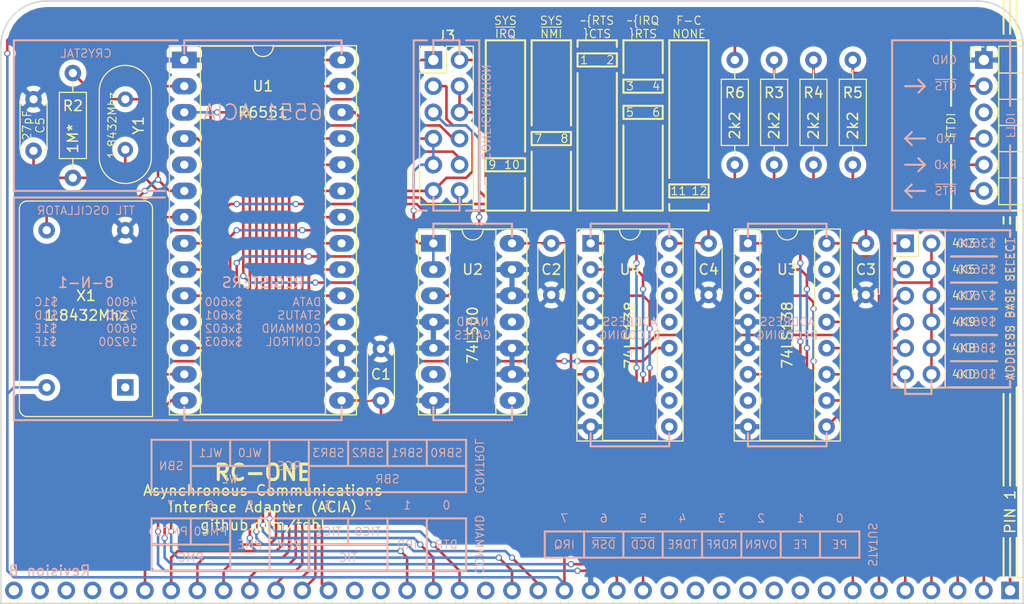
<source format=kicad_pcb>
(kicad_pcb (version 20171130) (host pcbnew "(5.1.5)-3")
  (layers (0 F.Cu signal hide) (31 B.Cu signal hide) (34 B.Paste user) (35 F.Paste user) (36 B.SilkS user) (37 F.SilkS user) (38 B.Mask user) (39 F.Mask user) (44 Edge.Cuts user))
  (net 0 "")
  (net 1 GND)
  (net 2 VCC)
  (net 3 /A15)
  (net 4 /A14)
  (net 5 /A13)
  (net 6 /A12)
  (net 7 /A11)
  (net 8 /A10)
  (net 9 /A9)
  (net 10 /A1)
  (net 11 /A0)
  (net 12 /PHI2)
  (net 13 /R/~W)
  (net 14 /D0)
  (net 15 /D1)
  (net 16 /D2)
  (net 17 /D3)
  (net 18 /D4)
  (net 19 /D5)
  (net 20 /D6)
  (net 21 /D7)
  (net 22 "Net-(J2-Pad10)")
  (net 23 "Net-(J3-Pad1)")
  (net 24 /4K3)
  (net 25 /4K5)
  (net 26 /4K7)
  (net 27 /4K9)
  (net 28 /4KB)
  (net 29 /4KD)
  (net 30 ~CS_ACIA)
  (net 31 /~RESET)
  (net 32 /~IRQ)
  (net 33 /~NMI)
  (net 34 "Net-(J3-Pad2)")
  (net 35 "Net-(J3-Pad5)")
  (net 36 "Net-(J3-Pad7)")
  (net 37 "Net-(J4-Pad2)")
  (net 38 "Net-(J4-Pad4)")
  (net 39 "Net-(J4-Pad5)")
  (net 40 "Net-(J4-Pad6)")
  (net 41 /TxD)
  (net 42 /RxD)
  (net 43 "Net-(R2-Pad1)")
  (net 44 "Net-(C5-Pad2)")
  (net 45 "Net-(J3-Pad11)")
  (net 46 "Net-(J3-Pad4)")
  (module Capacitors_THT:C_Disc_D4.7mm_W2.5mm_P5.00mm (layer F.Cu) (at 98.425 99.695 270)
    (fp_text reference C5 (at 2.54 -0.635 90) (layer F.SilkS) (effects (font (size 0.8 0.8) (thickness 0.1))))
    (fp_text value 27pF (at 2.54 0.635 90) (layer F.SilkS) (effects (font (size 0.8 0.8) (thickness 0.1))))
    (pad 1 thru_hole circle (at 0 0 270) (size 1.6 1.6) (drill 0.8) (layers *.Cu *.Mask) (net 1 GND))
    (pad 2 thru_hole circle (at 5 0 270) (size 1.6 1.6) (drill 0.8) (layers *.Cu *.Mask) (net 44 "Net-(C5-Pad2)"))
  )
  (module Pin_Headers:Pin_Header_Angled_1x39_Pitch2.54mm (layer F.Cu) (at 193.04 147.32 270)
    (fp_text reference J1 (at 4.385 -2.27 270) (layer F.SilkS))
    (fp_text value Expansion)
    (pad 1 thru_hole rect (at 0 0 270) (size 1.7 1.7) (drill 1) (layers *.Cu *.Mask) (net 3 /A15))
    (pad 2 thru_hole oval (at 0 2.54 270) (size 1.7 1.7) (drill 1) (layers *.Cu *.Mask) (net 4 /A14))
    (pad 3 thru_hole oval (at 0 5.08 270) (size 1.7 1.7) (drill 1) (layers *.Cu *.Mask) (net 5 /A13))
    (pad 4 thru_hole oval (at 0 7.62 270) (size 1.7 1.7) (drill 1) (layers *.Cu *.Mask) (net 6 /A12))
    (pad 5 thru_hole oval (at 0 10.16 270) (size 1.7 1.7) (drill 1) (layers *.Cu *.Mask) (net 7 /A11))
    (pad 6 thru_hole oval (at 0 12.7 270) (size 1.7 1.7) (drill 1) (layers *.Cu *.Mask) (net 8 /A10))
    (pad 7 thru_hole oval (at 0 15.24 270) (size 1.7 1.7) (drill 1) (layers *.Cu *.Mask) (net 9 /A9))
    (pad 8 thru_hole oval (at 0 17.78 270) (size 1.7 1.7) (drill 1) (layers *.Cu *.Mask))
    (pad 9 thru_hole oval (at 0 20.32 270) (size 1.7 1.7) (drill 1) (layers *.Cu *.Mask))
    (pad 10 thru_hole oval (at 0 22.86 270) (size 1.7 1.7) (drill 1) (layers *.Cu *.Mask))
    (pad 11 thru_hole oval (at 0 25.4 270) (size 1.7 1.7) (drill 1) (layers *.Cu *.Mask))
    (pad 12 thru_hole oval (at 0 27.94 270) (size 1.7 1.7) (drill 1) (layers *.Cu *.Mask))
    (pad 13 thru_hole oval (at 0 30.48 270) (size 1.7 1.7) (drill 1) (layers *.Cu *.Mask))
    (pad 14 thru_hole oval (at 0 33.02 270) (size 1.7 1.7) (drill 1) (layers *.Cu *.Mask))
    (pad 15 thru_hole oval (at 0 35.56 270) (size 1.7 1.7) (drill 1) (layers *.Cu *.Mask) (net 10 /A1))
    (pad 16 thru_hole oval (at 0 38.1 270) (size 1.7 1.7) (drill 1) (layers *.Cu *.Mask) (net 11 /A0))
    (pad 17 thru_hole oval (at 0 40.64 270) (size 1.7 1.7) (drill 1) (layers *.Cu *.Mask) (net 1 GND))
    (pad 18 thru_hole oval (at 0 43.18 270) (size 1.7 1.7) (drill 1) (layers *.Cu *.Mask) (net 2 VCC))
    (pad 19 thru_hole oval (at 0 45.72 270) (size 1.7 1.7) (drill 1) (layers *.Cu *.Mask) (net 12 /PHI2))
    (pad 20 thru_hole oval (at 0 48.26 270) (size 1.7 1.7) (drill 1) (layers *.Cu *.Mask) (net 31 /~RESET))
    (pad 21 thru_hole oval (at 0 50.8 270) (size 1.7 1.7) (drill 1) (layers *.Cu *.Mask))
    (pad 22 thru_hole oval (at 0 53.34 270) (size 1.7 1.7) (drill 1) (layers *.Cu *.Mask) (net 32 /~IRQ))
    (pad 23 thru_hole oval (at 0 55.88 270) (size 1.7 1.7) (drill 1) (layers *.Cu *.Mask) (net 33 /~NMI))
    (pad 24 thru_hole oval (at 0 58.42 270) (size 1.7 1.7) (drill 1) (layers *.Cu *.Mask) (net 13 /R/~W))
    (pad 25 thru_hole oval (at 0 60.96 270) (size 1.7 1.7) (drill 1) (layers *.Cu *.Mask))
    (pad 26 thru_hole oval (at 0 63.5 270) (size 1.7 1.7) (drill 1) (layers *.Cu *.Mask))
    (pad 27 thru_hole oval (at 0 66.04 270) (size 1.7 1.7) (drill 1) (layers *.Cu *.Mask) (net 14 /D0))
    (pad 28 thru_hole oval (at 0 68.58 270) (size 1.7 1.7) (drill 1) (layers *.Cu *.Mask) (net 15 /D1))
    (pad 29 thru_hole oval (at 0 71.12 270) (size 1.7 1.7) (drill 1) (layers *.Cu *.Mask) (net 16 /D2))
    (pad 30 thru_hole oval (at 0 73.66 270) (size 1.7 1.7) (drill 1) (layers *.Cu *.Mask) (net 17 /D3))
    (pad 31 thru_hole oval (at 0 76.2 270) (size 1.7 1.7) (drill 1) (layers *.Cu *.Mask) (net 18 /D4))
    (pad 32 thru_hole oval (at 0 78.74 270) (size 1.7 1.7) (drill 1) (layers *.Cu *.Mask) (net 19 /D5))
    (pad 33 thru_hole oval (at 0 81.28 270) (size 1.7 1.7) (drill 1) (layers *.Cu *.Mask) (net 20 /D6))
    (pad 34 thru_hole oval (at 0 83.82 270) (size 1.7 1.7) (drill 1) (layers *.Cu *.Mask) (net 21 /D7))
    (pad 35 thru_hole oval (at 0 86.36 270) (size 1.7 1.7) (drill 1) (layers *.Cu *.Mask))
    (pad 36 thru_hole oval (at 0 88.9 270) (size 1.7 1.7) (drill 1) (layers *.Cu *.Mask))
    (pad 37 thru_hole oval (at 0 91.44 270) (size 1.7 1.7) (drill 1) (layers *.Cu *.Mask))
    (pad 38 thru_hole oval (at 0 93.98 270) (size 1.7 1.7) (drill 1) (layers *.Cu *.Mask))
    (pad 39 thru_hole oval (at 0 96.52 270) (size 1.7 1.7) (drill 1) (layers *.Cu *.Mask))
  )
  (module Housings_DIP:DIP-16_W7.62mm_Socket (layer F.Cu) (at 167.64 113.665)
    (fp_text reference U3 (at 3.81 2.54) (layer F.SilkS))
    (fp_text value 74LS138 (at 3.81 8.89 90) (layer F.SilkS))
    (pad 1 thru_hole rect (at 0 0) (size 1.6 1.6) (drill 0.8) (layers *.Cu *.Mask) (net 5 /A13))
    (pad 9 thru_hole oval (at 7.62 17.78) (size 1.6 1.6) (drill 0.8) (layers *.Cu *.Mask) (net 29 /4KD))
    (pad 2 thru_hole oval (at 0 2.54) (size 1.6 1.6) (drill 0.8) (layers *.Cu *.Mask) (net 4 /A14))
    (pad 10 thru_hole oval (at 7.62 15.24) (size 1.6 1.6) (drill 0.8) (layers *.Cu *.Mask) (net 28 /4KB))
    (pad 3 thru_hole oval (at 0 5.08) (size 1.6 1.6) (drill 0.8) (layers *.Cu *.Mask) (net 3 /A15))
    (pad 11 thru_hole oval (at 7.62 12.7) (size 1.6 1.6) (drill 0.8) (layers *.Cu *.Mask) (net 27 /4K9))
    (pad 4 thru_hole oval (at 0 7.62) (size 1.6 1.6) (drill 0.8) (layers *.Cu *.Mask) (net 1 GND))
    (pad 12 thru_hole oval (at 7.62 10.16) (size 1.6 1.6) (drill 0.8) (layers *.Cu *.Mask) (net 26 /4K7))
    (pad 5 thru_hole oval (at 0 10.16) (size 1.6 1.6) (drill 0.8) (layers *.Cu *.Mask) (net 1 GND))
    (pad 13 thru_hole oval (at 7.62 7.62) (size 1.6 1.6) (drill 0.8) (layers *.Cu *.Mask) (net 25 /4K5))
    (pad 6 thru_hole oval (at 0 12.7) (size 1.6 1.6) (drill 0.8) (layers *.Cu *.Mask) (net 6 /A12))
    (pad 14 thru_hole oval (at 7.62 5.08) (size 1.6 1.6) (drill 0.8) (layers *.Cu *.Mask) (net 24 /4K3))
    (pad 7 thru_hole oval (at 0 15.24) (size 1.6 1.6) (drill 0.8) (layers *.Cu *.Mask))
    (pad 15 thru_hole oval (at 7.62 2.54) (size 1.6 1.6) (drill 0.8) (layers *.Cu *.Mask))
    (pad 8 thru_hole oval (at 0 17.78) (size 1.6 1.6) (drill 0.8) (layers *.Cu *.Mask) (net 1 GND))
    (pad 16 thru_hole oval (at 7.62 0) (size 1.6 1.6) (drill 0.8) (layers *.Cu *.Mask) (net 2 VCC))
  )
  (module Housings_DIP:DIP-16_W7.62mm_Socket (layer F.Cu) (at 152.4 113.665)
    (fp_text reference U4 (at 3.81 2.54) (layer F.SilkS))
    (fp_text value 74LS138 (at 3.81 8.89 90) (layer F.SilkS))
    (pad 1 thru_hole rect (at 0 0) (size 1.6 1.6) (drill 0.8) (layers *.Cu *.Mask) (net 9 /A9))
    (pad 9 thru_hole oval (at 7.62 17.78) (size 1.6 1.6) (drill 0.8) (layers *.Cu *.Mask))
    (pad 2 thru_hole oval (at 0 2.54) (size 1.6 1.6) (drill 0.8) (layers *.Cu *.Mask) (net 8 /A10))
    (pad 10 thru_hole oval (at 7.62 15.24) (size 1.6 1.6) (drill 0.8) (layers *.Cu *.Mask))
    (pad 3 thru_hole oval (at 0 5.08) (size 1.6 1.6) (drill 0.8) (layers *.Cu *.Mask) (net 7 /A11))
    (pad 11 thru_hole oval (at 7.62 12.7) (size 1.6 1.6) (drill 0.8) (layers *.Cu *.Mask))
    (pad 4 thru_hole oval (at 0 7.62) (size 1.6 1.6) (drill 0.8) (layers *.Cu *.Mask) (net 1 GND))
    (pad 12 thru_hole oval (at 7.62 10.16) (size 1.6 1.6) (drill 0.8) (layers *.Cu *.Mask) (net 30 ~CS_ACIA))
    (pad 5 thru_hole oval (at 0 10.16) (size 1.6 1.6) (drill 0.8) (layers *.Cu *.Mask) (net 22 "Net-(J2-Pad10)"))
    (pad 13 thru_hole oval (at 7.62 7.62) (size 1.6 1.6) (drill 0.8) (layers *.Cu *.Mask))
    (pad 6 thru_hole oval (at 0 12.7) (size 1.6 1.6) (drill 0.8) (layers *.Cu *.Mask) (net 2 VCC))
    (pad 14 thru_hole oval (at 7.62 5.08) (size 1.6 1.6) (drill 0.8) (layers *.Cu *.Mask))
    (pad 7 thru_hole oval (at 0 15.24) (size 1.6 1.6) (drill 0.8) (layers *.Cu *.Mask))
    (pad 15 thru_hole oval (at 7.62 2.54) (size 1.6 1.6) (drill 0.8) (layers *.Cu *.Mask))
    (pad 8 thru_hole oval (at 0 17.78) (size 1.6 1.6) (drill 0.8) (layers *.Cu *.Mask) (net 1 GND))
    (pad 16 thru_hole oval (at 7.62 0) (size 1.6 1.6) (drill 0.8) (layers *.Cu *.Mask) (net 2 VCC))
  )
  (module Pin_Headers:Pin_Header_Straight_2x06_Pitch2.54mm (layer F.Cu) (at 182.88 113.665)
    (fp_text reference J2)
    (fp_text value ADDRESS)
    (pad 1 thru_hole rect (at 0 0) (size 1.7 1.7) (drill 1) (layers *.Cu *.Mask) (net 24 /4K3))
    (pad 2 thru_hole oval (at 2.54 0) (size 1.7 1.7) (drill 1) (layers *.Cu *.Mask) (net 22 "Net-(J2-Pad10)"))
    (pad 3 thru_hole oval (at 0 2.54) (size 1.7 1.7) (drill 1) (layers *.Cu *.Mask) (net 25 /4K5))
    (pad 4 thru_hole oval (at 2.54 2.54) (size 1.7 1.7) (drill 1) (layers *.Cu *.Mask) (net 22 "Net-(J2-Pad10)"))
    (pad 5 thru_hole oval (at 0 5.08) (size 1.7 1.7) (drill 1) (layers *.Cu *.Mask) (net 26 /4K7))
    (pad 6 thru_hole oval (at 2.54 5.08) (size 1.7 1.7) (drill 1) (layers *.Cu *.Mask) (net 22 "Net-(J2-Pad10)"))
    (pad 7 thru_hole oval (at 0 7.62) (size 1.7 1.7) (drill 1) (layers *.Cu *.Mask) (net 27 /4K9))
    (pad 8 thru_hole oval (at 2.54 7.62) (size 1.7 1.7) (drill 1) (layers *.Cu *.Mask) (net 22 "Net-(J2-Pad10)"))
    (pad 9 thru_hole oval (at 0 10.16) (size 1.7 1.7) (drill 1) (layers *.Cu *.Mask) (net 28 /4KB))
    (pad 10 thru_hole oval (at 2.54 10.16) (size 1.7 1.7) (drill 1) (layers *.Cu *.Mask) (net 22 "Net-(J2-Pad10)"))
    (pad 11 thru_hole oval (at 0 12.7) (size 1.7 1.7) (drill 1) (layers *.Cu *.Mask) (net 29 /4KD))
    (pad 12 thru_hole oval (at 2.54 12.7) (size 1.7 1.7) (drill 1) (layers *.Cu *.Mask) (net 22 "Net-(J2-Pad10)"))
  )
  (module Capacitors_THT:C_Disc_D4.7mm_W2.5mm_P5.00mm (layer F.Cu) (at 132.08 128.905 90)
    (fp_text reference C1 (at 2.54 0 180) (layer F.SilkS))
    (fp_text value 100nF)
    (pad 1 thru_hole circle (at 0 0 90) (size 1.6 1.6) (drill 0.8) (layers *.Cu *.Mask) (net 2 VCC))
    (pad 2 thru_hole circle (at 5 0 90) (size 1.6 1.6) (drill 0.8) (layers *.Cu *.Mask) (net 1 GND))
  )
  (module Capacitors_THT:C_Disc_D4.7mm_W2.5mm_P5.00mm (layer F.Cu) (at 179.07 113.665 270)
    (fp_text reference C3 (at 2.54 0) (layer F.SilkS))
    (fp_text value 100nF)
    (pad 1 thru_hole circle (at 0 0 270) (size 1.6 1.6) (drill 0.8) (layers *.Cu *.Mask) (net 2 VCC))
    (pad 2 thru_hole circle (at 5 0 270) (size 1.6 1.6) (drill 0.8) (layers *.Cu *.Mask) (net 1 GND))
  )
  (module Capacitors_THT:C_Disc_D4.7mm_W2.5mm_P5.00mm (layer F.Cu) (at 148.59 113.665 270)
    (fp_text reference C2 (at 2.54 0) (layer F.SilkS))
    (fp_text value 100nF)
    (pad 1 thru_hole circle (at 0 0 270) (size 1.6 1.6) (drill 0.8) (layers *.Cu *.Mask) (net 2 VCC))
    (pad 2 thru_hole circle (at 5 0 270) (size 1.6 1.6) (drill 0.8) (layers *.Cu *.Mask) (net 1 GND))
  )
  (module Capacitors_THT:C_Disc_D4.7mm_W2.5mm_P5.00mm (layer F.Cu) (at 163.83 113.665 270)
    (fp_text reference C4 (at 2.54 0) (layer F.SilkS))
    (fp_text value 100nF)
    (pad 1 thru_hole circle (at 0 0 270) (size 1.6 1.6) (drill 0.8) (layers *.Cu *.Mask) (net 2 VCC))
    (pad 2 thru_hole circle (at 5 0 270) (size 1.6 1.6) (drill 0.8) (layers *.Cu *.Mask) (net 1 GND))
  )
  (module Oscillators:Oscillator_DIP-14 (layer F.Cu) (at 107.315 127.635 90)
    (fp_text reference X1 (at 8.89 -3.81 180) (layer F.SilkS))
    (fp_text value 1.8432Mhz (at 6.985 -3.81 180) (layer F.SilkS))
    (pad 1 thru_hole rect (at 0 0 90) (size 1.6 1.6) (drill 0.8) (layers *.Cu *.Mask))
    (pad 14 thru_hole circle (at 0 -7.62 90) (size 1.6 1.6) (drill 0.8) (layers *.Cu *.Mask) (net 2 VCC))
    (pad 8 thru_hole circle (at 15.24 -7.62 90) (size 1.6 1.6) (drill 0.8) (layers *.Cu *.Mask) (net 43 "Net-(R2-Pad1)"))
    (pad 7 thru_hole circle (at 15.24 0 90) (size 1.6 1.6) (drill 0.8) (layers *.Cu *.Mask) (net 1 GND))
  )
  (module Pin_Headers:Pin_Header_Angled_1x06_Pitch2.54mm (layer F.Cu) (at 190.5 95.885)
    (fp_text reference J4)
    (fp_text value FTDI)
    (pad 1 thru_hole rect (at 0 0) (size 1.7 1.7) (drill 1) (layers *.Cu *.Mask) (net 1 GND))
    (pad 2 thru_hole oval (at 0 2.54) (size 1.7 1.7) (drill 1) (layers *.Cu *.Mask) (net 37 "Net-(J4-Pad2)"))
    (pad 3 thru_hole oval (at 0 5.08) (size 1.7 1.7) (drill 1) (layers *.Cu *.Mask))
    (pad 4 thru_hole oval (at 0 7.62) (size 1.7 1.7) (drill 1) (layers *.Cu *.Mask) (net 38 "Net-(J4-Pad4)"))
    (pad 5 thru_hole oval (at 0 10.16) (size 1.7 1.7) (drill 1) (layers *.Cu *.Mask) (net 39 "Net-(J4-Pad5)"))
    (pad 6 thru_hole oval (at 0 12.7) (size 1.7 1.7) (drill 1) (layers *.Cu *.Mask) (net 40 "Net-(J4-Pad6)"))
  )
  (module Resistors_THT:R_Axial_DIN0207_L6.3mm_D2.5mm_P10.16mm_Horizontal (layer F.Cu) (at 102.235 97.155 270)
    (fp_text reference R2 (at 3.175 0) (layer F.SilkS))
    (fp_text value 1M* (at 6.35 0 270) (layer F.SilkS))
    (pad 1 thru_hole circle (at 0 0 270) (size 1.6 1.6) (drill 0.8) (layers *.Cu *.Mask) (net 43 "Net-(R2-Pad1)"))
    (pad 2 thru_hole oval (at 10.16 0 270) (size 1.6 1.6) (drill 0.8) (layers *.Cu *.Mask) (net 44 "Net-(C5-Pad2)"))
  )
  (module Resistors_THT:R_Axial_DIN0207_L6.3mm_D2.5mm_P10.16mm_Horizontal (layer F.Cu) (at 173.99 106.045 90)
    (fp_text reference R4 (at 6.985 0 180) (layer F.SilkS))
    (fp_text value 2k2 (at 3.81 0 90) (layer F.SilkS))
    (pad 1 thru_hole circle (at 0 0 90) (size 1.6 1.6) (drill 0.8) (layers *.Cu *.Mask) (net 41 /TxD))
    (pad 2 thru_hole oval (at 10.16 0 90) (size 1.6 1.6) (drill 0.8) (layers *.Cu *.Mask) (net 39 "Net-(J4-Pad5)"))
  )
  (module Resistors_THT:R_Axial_DIN0207_L6.3mm_D2.5mm_P10.16mm_Horizontal (layer F.Cu) (at 177.8 106.045 90)
    (fp_text reference R5 (at 6.985 0 180) (layer F.SilkS))
    (fp_text value 2k2 (at 3.81 0 90) (layer F.SilkS))
    (pad 1 thru_hole circle (at 0 0 90) (size 1.6 1.6) (drill 0.8) (layers *.Cu *.Mask) (net 42 /RxD))
    (pad 2 thru_hole oval (at 10.16 0 90) (size 1.6 1.6) (drill 0.8) (layers *.Cu *.Mask) (net 38 "Net-(J4-Pad4)"))
  )
  (module Resistors_THT:R_Axial_DIN0207_L6.3mm_D2.5mm_P10.16mm_Horizontal (layer F.Cu) (at 166.37 106.045 90)
    (fp_text reference R6 (at 6.985 0 180) (layer F.SilkS))
    (fp_text value 2k2 (at 3.81 0 90) (layer F.SilkS))
    (pad 1 thru_hole circle (at 0 0 90) (size 1.6 1.6) (drill 0.8) (layers *.Cu *.Mask) (net 34 "Net-(J3-Pad2)"))
    (pad 2 thru_hole oval (at 10.16 0 90) (size 1.6 1.6) (drill 0.8) (layers *.Cu *.Mask) (net 37 "Net-(J4-Pad2)"))
  )
  (module Housings_DIP:DIP-28_W15.24mm_Socket_LongPads (layer F.Cu) (at 113.03 95.885)
    (fp_text reference U1 (at 7.62 2.54) (layer F.SilkS))
    (fp_text value R6551 (at 7.62 5.08) (layer F.SilkS))
    (pad 1 thru_hole rect (at 0 0) (size 2.4 1.6) (drill 0.8) (layers *.Cu *.Mask) (net 1 GND))
    (pad 15 thru_hole oval (at 15.24 33.02) (size 2.4 1.6) (drill 0.8) (layers *.Cu *.Mask) (net 2 VCC))
    (pad 2 thru_hole oval (at 0 2.54) (size 2.4 1.6) (drill 0.8) (layers *.Cu *.Mask) (net 2 VCC))
    (pad 16 thru_hole oval (at 15.24 30.48) (size 2.4 1.6) (drill 0.8) (layers *.Cu *.Mask) (net 1 GND))
    (pad 3 thru_hole oval (at 0 5.08) (size 2.4 1.6) (drill 0.8) (layers *.Cu *.Mask) (net 30 ~CS_ACIA))
    (pad 17 thru_hole oval (at 15.24 27.94) (size 2.4 1.6) (drill 0.8) (layers *.Cu *.Mask) (net 1 GND))
    (pad 4 thru_hole oval (at 0 7.62) (size 2.4 1.6) (drill 0.8) (layers *.Cu *.Mask) (net 31 /~RESET))
    (pad 18 thru_hole oval (at 15.24 25.4) (size 2.4 1.6) (drill 0.8) (layers *.Cu *.Mask) (net 14 /D0))
    (pad 5 thru_hole oval (at 0 10.16) (size 2.4 1.6) (drill 0.8) (layers *.Cu *.Mask))
    (pad 19 thru_hole oval (at 15.24 22.86) (size 2.4 1.6) (drill 0.8) (layers *.Cu *.Mask) (net 15 /D1))
    (pad 6 thru_hole oval (at 0 12.7) (size 2.4 1.6) (drill 0.8) (layers *.Cu *.Mask) (net 43 "Net-(R2-Pad1)"))
    (pad 20 thru_hole oval (at 15.24 20.32) (size 2.4 1.6) (drill 0.8) (layers *.Cu *.Mask) (net 16 /D2))
    (pad 7 thru_hole oval (at 0 15.24) (size 2.4 1.6) (drill 0.8) (layers *.Cu *.Mask) (net 44 "Net-(C5-Pad2)"))
    (pad 21 thru_hole oval (at 15.24 17.78) (size 2.4 1.6) (drill 0.8) (layers *.Cu *.Mask) (net 17 /D3))
    (pad 8 thru_hole oval (at 0 17.78) (size 2.4 1.6) (drill 0.8) (layers *.Cu *.Mask) (net 23 "Net-(J3-Pad1)"))
    (pad 22 thru_hole oval (at 15.24 15.24) (size 2.4 1.6) (drill 0.8) (layers *.Cu *.Mask) (net 18 /D4))
    (pad 9 thru_hole oval (at 0 20.32) (size 2.4 1.6) (drill 0.8) (layers *.Cu *.Mask) (net 45 "Net-(J3-Pad11)"))
    (pad 23 thru_hole oval (at 15.24 12.7) (size 2.4 1.6) (drill 0.8) (layers *.Cu *.Mask) (net 19 /D5))
    (pad 10 thru_hole oval (at 0 22.86) (size 2.4 1.6) (drill 0.8) (layers *.Cu *.Mask) (net 41 /TxD))
    (pad 24 thru_hole oval (at 15.24 10.16) (size 2.4 1.6) (drill 0.8) (layers *.Cu *.Mask) (net 20 /D6))
    (pad 11 thru_hole oval (at 0 25.4) (size 2.4 1.6) (drill 0.8) (layers *.Cu *.Mask))
    (pad 25 thru_hole oval (at 15.24 7.62) (size 2.4 1.6) (drill 0.8) (layers *.Cu *.Mask) (net 21 /D7))
    (pad 12 thru_hole oval (at 0 27.94) (size 2.4 1.6) (drill 0.8) (layers *.Cu *.Mask) (net 42 /RxD))
    (pad 26 thru_hole oval (at 15.24 5.08) (size 2.4 1.6) (drill 0.8) (layers *.Cu *.Mask) (net 36 "Net-(J3-Pad7)"))
    (pad 13 thru_hole oval (at 0 30.48) (size 2.4 1.6) (drill 0.8) (layers *.Cu *.Mask) (net 11 /A0))
    (pad 27 thru_hole oval (at 15.24 2.54) (size 2.4 1.6) (drill 0.8) (layers *.Cu *.Mask) (net 12 /PHI2))
    (pad 14 thru_hole oval (at 0 33.02) (size 2.4 1.6) (drill 0.8) (layers *.Cu *.Mask) (net 10 /A1))
    (pad 28 thru_hole oval (at 15.24 0) (size 2.4 1.6) (drill 0.8) (layers *.Cu *.Mask) (net 13 /R/~W))
  )
  (module Housings_DIP:DIP-14_W7.62mm_Socket_LongPads (layer F.Cu) (at 137.16 113.665)
    (fp_text reference U2 (at 3.81 2.54) (layer F.SilkS))
    (fp_text value 74LS00 (at 3.81 8.89 90) (layer F.SilkS))
    (pad 1 thru_hole rect (at 0 0) (size 2.4 1.6) (drill 0.8) (layers *.Cu *.Mask) (net 36 "Net-(J3-Pad7)"))
    (pad 8 thru_hole oval (at 7.62 15.24) (size 2.4 1.6) (drill 0.8) (layers *.Cu *.Mask))
    (pad 2 thru_hole oval (at 0 2.54) (size 2.4 1.6) (drill 0.8) (layers *.Cu *.Mask) (net 36 "Net-(J3-Pad7)"))
    (pad 9 thru_hole oval (at 7.62 12.7) (size 2.4 1.6) (drill 0.8) (layers *.Cu *.Mask) (net 1 GND))
    (pad 3 thru_hole oval (at 0 5.08) (size 2.4 1.6) (drill 0.8) (layers *.Cu *.Mask) (net 35 "Net-(J3-Pad5)"))
    (pad 10 thru_hole oval (at 7.62 10.16) (size 2.4 1.6) (drill 0.8) (layers *.Cu *.Mask) (net 1 GND))
    (pad 4 thru_hole oval (at 0 7.62) (size 2.4 1.6) (drill 0.8) (layers *.Cu *.Mask) (net 1 GND))
    (pad 11 thru_hole oval (at 7.62 7.62) (size 2.4 1.6) (drill 0.8) (layers *.Cu *.Mask))
    (pad 5 thru_hole oval (at 0 10.16) (size 2.4 1.6) (drill 0.8) (layers *.Cu *.Mask) (net 1 GND))
    (pad 12 thru_hole oval (at 7.62 5.08) (size 2.4 1.6) (drill 0.8) (layers *.Cu *.Mask) (net 1 GND))
    (pad 6 thru_hole oval (at 0 12.7) (size 2.4 1.6) (drill 0.8) (layers *.Cu *.Mask))
    (pad 13 thru_hole oval (at 7.62 2.54) (size 2.4 1.6) (drill 0.8) (layers *.Cu *.Mask) (net 1 GND))
    (pad 7 thru_hole oval (at 0 15.24) (size 2.4 1.6) (drill 0.8) (layers *.Cu *.Mask) (net 1 GND))
    (pad 14 thru_hole oval (at 7.62 0) (size 2.4 1.6) (drill 0.8) (layers *.Cu *.Mask) (net 2 VCC))
  )
  (module Crystals:Crystal_HC49-4H_Vertical (layer F.Cu) (at 107.315 99.695 270)
    (fp_text reference Y1 (at 2.54 -1.27 270) (layer F.SilkS))
    (fp_text value 1.8432Mhz (at 2.54 1.27 270) (layer F.SilkS) (effects (font (size 0.8 0.8) (thickness 0.1))))
    (pad 1 thru_hole circle (at 0 0 270) (size 1.5 1.5) (drill 0.8) (layers *.Cu *.Mask) (net 43 "Net-(R2-Pad1)"))
    (pad 2 thru_hole circle (at 4.88 0 270) (size 1.5 1.5) (drill 0.8) (layers *.Cu *.Mask) (net 44 "Net-(C5-Pad2)"))
  )
  (module Pin_Headers:Pin_Header_Straight_2x06_Pitch2.54mm (layer F.Cu) (at 137.16 95.885)
    (fp_text reference J3 (at 1.27 -2.33) (layer F.SilkS))
    (fp_text value CONFIG)
    (pad 12 thru_hole oval (at 2.54 12.7) (size 1.7 1.7) (drill 1) (layers *.Cu *.Mask) (net 1 GND))
    (pad 11 thru_hole oval (at 0 12.7) (size 1.7 1.7) (drill 1) (layers *.Cu *.Mask) (net 45 "Net-(J3-Pad11)"))
    (pad 10 thru_hole oval (at 2.54 10.16) (size 1.7 1.7) (drill 1) (layers *.Cu *.Mask) (net 32 /~IRQ))
    (pad 9 thru_hole oval (at 0 10.16) (size 1.7 1.7) (drill 1) (layers *.Cu *.Mask) (net 36 "Net-(J3-Pad7)"))
    (pad 8 thru_hole oval (at 2.54 7.62) (size 1.7 1.7) (drill 1) (layers *.Cu *.Mask) (net 33 /~NMI))
    (pad 7 thru_hole oval (at 0 7.62) (size 1.7 1.7) (drill 1) (layers *.Cu *.Mask) (net 36 "Net-(J3-Pad7)"))
    (pad 6 thru_hole oval (at 2.54 5.08) (size 1.7 1.7) (drill 1) (layers *.Cu *.Mask) (net 46 "Net-(J3-Pad4)"))
    (pad 5 thru_hole oval (at 0 5.08) (size 1.7 1.7) (drill 1) (layers *.Cu *.Mask) (net 35 "Net-(J3-Pad5)"))
    (pad 4 thru_hole oval (at 2.54 2.54) (size 1.7 1.7) (drill 1) (layers *.Cu *.Mask) (net 46 "Net-(J3-Pad4)"))
    (pad 3 thru_hole oval (at 0 2.54) (size 1.7 1.7) (drill 1) (layers *.Cu *.Mask) (net 45 "Net-(J3-Pad11)"))
    (pad 2 thru_hole oval (at 2.54 0) (size 1.7 1.7) (drill 1) (layers *.Cu *.Mask) (net 34 "Net-(J3-Pad2)"))
    (pad 1 thru_hole rect (at 0 0) (size 1.7 1.7) (drill 1) (layers *.Cu *.Mask) (net 23 "Net-(J3-Pad1)"))
  )
  (module Resistors_THT:R_Axial_DIN0207_L6.3mm_D2.5mm_P10.16mm_Horizontal (layer F.Cu) (at 170.18 106.045 90)
    (fp_text reference R3 (at 6.985 0 180) (layer F.SilkS))
    (fp_text value 2k2 (at 3.81 0 90) (layer F.SilkS))
    (pad 2 thru_hole oval (at 10.16 0 90) (size 1.6 1.6) (drill 0.8) (layers *.Cu *.Mask) (net 40 "Net-(J4-Pad6)"))
    (pad 1 thru_hole circle (at 0 0 90) (size 1.6 1.6) (drill 0.8) (layers *.Cu *.Mask) (net 46 "Net-(J3-Pad4)"))
  )
  (gr_line (start 141.605 110.49) (end 140.335 110.49) (angle 90) (layer B.SilkS) (width 0.2))
  (gr_line (start 139.7 110.49) (end 139.7 109.22) (layer B.SilkS) (width 0.2))
  (gr_line (start 137.16 110.49) (end 139.7 110.49) (layer B.SilkS) (width 0.2))
  (gr_line (start 137.16 109.22) (end 137.16 110.49) (layer B.SilkS) (width 0.2))
  (gr_text "F-C\nNONE" (at 161.925 92.71) (layer F.SilkS) (effects (font (size 0.8 0.8) (thickness 0.1))))
  (gr_line (start 163.83 110.49) (end 163.83 109.855) (angle 90) (layer F.SilkS) (width 0.2))
  (gr_line (start 160.02 110.49) (end 163.83 110.49) (angle 90) (layer F.SilkS) (width 0.2))
  (gr_line (start 160.02 109.855) (end 160.02 110.49) (angle 90) (layer F.SilkS) (width 0.2))
  (gr_line (start 160.02 107.315) (end 160.02 93.98) (angle 90) (layer F.SilkS) (width 0.2))
  (gr_line (start 160.02 93.98) (end 163.83 93.98) (angle 90) (layer F.SilkS) (width 0.2))
  (gr_line (start 163.83 93.98) (end 163.83 107.315) (angle 90) (layer F.SilkS) (width 0.2))
  (gr_text 11 (at 160.909 108.585) (layer F.SilkS) (effects (font (size 0.8 0.8) (thickness 0.1))))
  (gr_text 12 (at 162.941 108.585) (layer F.SilkS) (effects (font (size 0.8 0.8) (thickness 0.1))))
  (gr_line (start 163.83 107.95) (end 163.83 109.22) (angle 90) (layer F.SilkS) (width 0.2))
  (gr_line (start 160.02 109.22) (end 160.02 107.95) (angle 90) (layer F.SilkS) (width 0.2))
  (gr_line (start 163.83 109.22) (end 160.02 109.22) (angle 90) (layer F.SilkS) (width 0.2))
  (gr_line (start 160.02 107.95) (end 163.83 107.95) (angle 90) (layer F.SilkS) (width 0.2))
  (gr_line (start 193.675 93.345) (end 193.675 90.17) (angle 90) (layer F.SilkS) (width 0.2))
  (gr_line (start 193.04 93.345) (end 193.04 90.17) (angle 90) (layer F.SilkS) (width 0.2))
  (gr_line (start 192.405 93.345) (end 192.405 90.17) (angle 90) (layer F.SilkS) (width 0.2))
  (gr_line (start 192.405 111.76) (end 192.405 111.125) (angle 90) (layer F.SilkS) (width 0.2))
  (gr_line (start 193.04 111.76) (end 193.04 111.125) (angle 90) (layer F.SilkS) (width 0.2))
  (gr_line (start 193.675 112.395) (end 193.675 111.125) (angle 90) (layer F.SilkS) (width 0.2))
  (gr_line (start 192.405 137.16) (end 192.405 128.27) (angle 90) (layer F.SilkS) (width 0.2))
  (gr_line (start 193.04 128.27) (end 193.04 137.16) (angle 90) (layer F.SilkS) (width 0.2))
  (gr_line (start 193.675 137.16) (end 193.675 127.635) (angle 90) (layer F.SilkS) (width 0.2))
  (gr_line (start 192.405 146.05) (end 192.405 142.24) (angle 90) (layer F.SilkS) (width 0.2))
  (gr_line (start 193.04 142.24) (end 193.04 146.05) (angle 90) (layer F.SilkS) (width 0.2))
  (gr_line (start 193.675 146.05) (end 193.675 142.24) (angle 90) (layer F.SilkS) (width 0.2))
  (gr_text "PIN 1" (at 193.04 139.7 90) (layer F.SilkS) (effects (font (size 1 1))))
  (gr_text CONFIGURATION (at 142.24 100.965 270) (layer B.SilkS) (effects (font (size 0.8 0.8) (thickness 0.1)) (justify mirror)))
  (gr_line (start 136.525 93.98) (end 135.255 93.98) (angle 90) (layer B.SilkS) (width 0.2))
  (gr_line (start 141.605 93.98) (end 140.335 93.98) (angle 90) (layer B.SilkS) (width 0.2))
  (gr_line (start 139.7 93.98) (end 139.7 95.25) (angle 90) (layer B.SilkS) (width 0.2))
  (gr_line (start 137.16 93.98) (end 139.7 93.98) (angle 90) (layer B.SilkS) (width 0.2))
  (gr_line (start 137.16 95.25) (end 137.16 93.98) (angle 90) (layer B.SilkS) (width 0.2))
  (gr_line (start 135.255 110.49) (end 135.255 93.98) (angle 90) (layer B.SilkS) (width 0.2))
  (gr_line (start 136.525 110.49) (end 135.255 110.49) (angle 90) (layer B.SilkS) (width 0.2))
  (gr_line (start 141.605 93.98) (end 141.605 110.49) (angle 90) (layer B.SilkS) (width 0.2))
  (gr_line (start 186.055 127.635) (end 187.325 127.635) (angle 90) (layer B.SilkS) (width 0.2))
  (gr_line (start 181.61 127.635) (end 182.245 127.635) (angle 90) (layer B.SilkS) (width 0.2))
  (gr_line (start 185.42 128.27) (end 185.42 127) (angle 90) (layer B.SilkS) (width 0.2))
  (gr_line (start 182.88 128.27) (end 185.42 128.27) (angle 90) (layer B.SilkS) (width 0.2))
  (gr_line (start 182.88 127) (end 182.88 128.27) (angle 90) (layer B.SilkS) (width 0.2))
  (gr_text 7 (at 149.86 140.335) (layer B.SilkS) (effects (font (size 0.8 0.8) (thickness 0.1)) (justify mirror)))
  (gr_text 6 (at 153.67 140.335) (layer B.SilkS) (effects (font (size 0.8 0.8) (thickness 0.1)) (justify mirror)))
  (gr_text 5 (at 157.48 140.335) (layer B.SilkS) (effects (font (size 0.8 0.8) (thickness 0.1)) (justify mirror)))
  (gr_text 4 (at 161.29 140.335) (layer B.SilkS) (effects (font (size 0.8 0.8) (thickness 0.1)) (justify mirror)))
  (gr_text 3 (at 165.1 140.335) (layer B.SilkS) (effects (font (size 0.8 0.8) (thickness 0.1)) (justify mirror)))
  (gr_text 2 (at 168.91 140.335) (layer B.SilkS) (effects (font (size 0.8 0.8) (thickness 0.1)) (justify mirror)))
  (gr_text 1 (at 172.72 140.335) (layer B.SilkS) (effects (font (size 0.8 0.8) (thickness 0.1)) (justify mirror)))
  (gr_text 0 (at 176.53 140.335) (layer B.SilkS) (effects (font (size 0.8 0.8) (thickness 0.1)) (justify mirror)))
  (gr_text 7 (at 111.76 139.065) (layer B.SilkS) (effects (font (size 0.8 0.8) (thickness 0.1)) (justify mirror)))
  (gr_text 6 (at 115.57 139.065) (layer B.SilkS) (effects (font (size 0.8 0.8) (thickness 0.1)) (justify mirror)))
  (gr_text 5 (at 119.38 139.065) (layer B.SilkS) (effects (font (size 0.8 0.8) (thickness 0.1)) (justify mirror)))
  (gr_text 4 (at 123.19 139.065) (layer B.SilkS) (effects (font (size 0.8 0.8) (thickness 0.1)) (justify mirror)))
  (gr_text 3 (at 127 139.065) (layer B.SilkS) (effects (font (size 0.8 0.8) (thickness 0.1)) (justify mirror)))
  (gr_text 2 (at 130.81 139.065) (layer B.SilkS) (effects (font (size 0.8 0.8) (thickness 0.1)) (justify mirror)))
  (gr_text 1 (at 134.62 139.065) (layer B.SilkS) (effects (font (size 0.8 0.8) (thickness 0.1)) (justify mirror)))
  (gr_text 0 (at 138.43 139.065) (layer B.SilkS) (effects (font (size 0.8 0.8) (thickness 0.1)) (justify mirror)))
  (gr_text STATUS (at 179.705 142.875 270) (layer B.SilkS) (effects (font (size 0.8 0.8) (thickness 0.1)) (justify mirror)))
  (gr_text CONTROL (at 141.605 135.255 270) (layer B.SilkS) (effects (font (size 0.8 0.8) (thickness 0.1)) (justify mirror)))
  (gr_text COMMAND (at 141.605 142.875 270) (layer B.SilkS) (effects (font (size 0.8 0.8) (thickness 0.1)) (justify mirror)))
  (gr_text DTR (at 138.43 142.875) (layer B.SilkS) (effects (font (size 0.8 0.8) (thickness 0.1)) (justify mirror)))
  (gr_text IRD (at 134.62 142.875) (layer B.SilkS) (effects (font (size 0.8 0.8) (thickness 0.1)) (justify mirror)))
  (gr_text TIC1 (at 127 141.605) (layer B.SilkS) (effects (font (size 0.8 0.8) (thickness 0.1)) (justify mirror)))
  (gr_text TIC0 (at 130.81 141.605) (layer B.SilkS) (effects (font (size 0.8 0.8) (thickness 0.1)) (justify mirror)))
  (gr_text TIC (at 128.905 144.145) (layer B.SilkS) (effects (font (size 0.8 0.8) (thickness 0.1)) (justify mirror)))
  (gr_text REM (at 123.19 142.875) (layer B.SilkS) (effects (font (size 0.8 0.8) (thickness 0.1)) (justify mirror)))
  (gr_text PME (at 119.38 142.875) (layer B.SilkS) (effects (font (size 0.8 0.8) (thickness 0.1)) (justify mirror)))
  (gr_text PMC1 (at 111.76 141.605) (layer B.SilkS) (effects (font (size 0.8 0.8) (thickness 0.1)) (justify mirror)))
  (gr_text PMC0 (at 115.57 141.605) (layer B.SilkS) (effects (font (size 0.8 0.8) (thickness 0.1)) (justify mirror)))
  (gr_text PMC (at 113.665 144.145) (layer B.SilkS) (effects (font (size 0.8 0.8) (thickness 0.1)) (justify mirror)))
  (gr_line (start 113.665 142.875) (end 113.665 140.335) (angle 90) (layer B.SilkS) (width 0.2))
  (gr_line (start 109.855 142.875) (end 117.475 142.875) (angle 90) (layer B.SilkS) (width 0.2))
  (gr_line (start 117.475 145.415) (end 117.475 140.335) (angle 90) (layer B.SilkS) (width 0.2))
  (gr_line (start 121.285 145.415) (end 121.285 140.335) (angle 90) (layer B.SilkS) (width 0.2))
  (gr_line (start 128.905 142.875) (end 128.905 140.335) (angle 90) (layer B.SilkS) (width 0.2))
  (gr_line (start 125.095 142.875) (end 132.715 142.875) (angle 90) (layer B.SilkS) (width 0.2))
  (gr_line (start 125.095 145.415) (end 125.095 140.335) (angle 90) (layer B.SilkS) (width 0.2))
  (gr_line (start 132.715 145.415) (end 132.715 140.335) (angle 90) (layer B.SilkS) (width 0.2))
  (gr_line (start 136.525 145.415) (end 136.525 140.335) (angle 90) (layer B.SilkS) (width 0.2))
  (gr_line (start 174.625 144.145) (end 174.625 141.605) (angle 90) (layer B.SilkS) (width 0.2))
  (gr_line (start 170.815 144.145) (end 170.815 141.605) (angle 90) (layer B.SilkS) (width 0.2))
  (gr_line (start 167.005 144.145) (end 167.005 141.605) (angle 90) (layer B.SilkS) (width 0.2))
  (gr_line (start 163.195 144.145) (end 163.195 141.605) (angle 90) (layer B.SilkS) (width 0.2))
  (gr_line (start 159.385 144.145) (end 159.385 141.605) (angle 90) (layer B.SilkS) (width 0.2))
  (gr_line (start 155.575 144.145) (end 155.575 141.605) (angle 90) (layer B.SilkS) (width 0.2))
  (gr_line (start 151.765 144.145) (end 151.765 141.605) (angle 90) (layer B.SilkS) (width 0.2))
  (gr_line (start 109.855 140.335) (end 109.855 145.415) (angle 90) (layer B.SilkS) (width 0.2))
  (gr_line (start 140.335 140.335) (end 109.855 140.335) (angle 90) (layer B.SilkS) (width 0.2))
  (gr_line (start 140.335 145.415) (end 140.335 140.335) (angle 90) (layer B.SilkS) (width 0.2))
  (gr_line (start 109.855 145.415) (end 140.335 145.415) (angle 90) (layer B.SilkS) (width 0.2))
  (gr_text IRQ (at 149.86 142.875) (layer B.SilkS) (effects (font (size 0.8 0.8) (thickness 0.1)) (justify mirror)))
  (gr_text ~DSR (at 153.67 142.875) (layer B.SilkS) (effects (font (size 0.8 0.8) (thickness 0.1)) (justify mirror)))
  (gr_text ~DCD (at 157.48 142.875) (layer B.SilkS) (effects (font (size 0.8 0.8) (thickness 0.1)) (justify mirror)))
  (gr_text TDRE (at 161.29 142.875) (layer B.SilkS) (effects (font (size 0.8 0.8) (thickness 0.1)) (justify mirror)))
  (gr_text RDRF (at 165.1 142.875) (layer B.SilkS) (effects (font (size 0.8 0.8) (thickness 0.1)) (justify mirror)))
  (gr_text OVRN (at 168.91 142.875) (layer B.SilkS) (effects (font (size 0.8 0.8) (thickness 0.1)) (justify mirror)))
  (gr_text FE (at 172.72 142.875) (layer B.SilkS) (effects (font (size 0.8 0.8) (thickness 0.1)) (justify mirror)))
  (gr_text PE (at 176.53 142.875) (layer B.SilkS) (effects (font (size 0.8 0.8) (thickness 0.1)) (justify mirror)))
  (gr_line (start 178.435 141.605) (end 178.435 144.145) (angle 90) (layer B.SilkS) (width 0.2))
  (gr_line (start 147.955 141.605) (end 178.435 141.605) (angle 90) (layer B.SilkS) (width 0.2))
  (gr_line (start 147.955 144.145) (end 147.955 141.605) (angle 90) (layer B.SilkS) (width 0.2))
  (gr_line (start 178.435 144.145) (end 147.955 144.145) (angle 90) (layer B.SilkS) (width 0.2))
  (gr_line (start 113.665 137.795) (end 109.855 137.795) (angle 90) (layer B.SilkS) (width 0.2))
  (gr_line (start 109.855 132.715) (end 113.665 132.715) (angle 90) (layer B.SilkS) (width 0.2))
  (gr_line (start 109.855 137.795) (end 109.855 132.715) (angle 90) (layer B.SilkS) (width 0.2))
  (gr_line (start 113.665 137.795) (end 113.665 135.255) (angle 90) (layer B.SilkS) (width 0.2))
  (gr_line (start 121.285 137.795) (end 113.665 137.795) (angle 90) (layer B.SilkS) (width 0.2))
  (gr_line (start 113.665 132.715) (end 117.475 132.715) (angle 90) (layer B.SilkS) (width 0.2))
  (gr_line (start 113.665 135.255) (end 113.665 132.715) (angle 90) (layer B.SilkS) (width 0.2))
  (gr_line (start 117.475 135.255) (end 113.665 135.255) (angle 90) (layer B.SilkS) (width 0.2))
  (gr_line (start 117.475 135.255) (end 117.475 132.715) (angle 90) (layer B.SilkS) (width 0.2))
  (gr_line (start 121.285 135.255) (end 117.475 135.255) (angle 90) (layer B.SilkS) (width 0.2))
  (gr_line (start 117.475 132.715) (end 121.285 132.715) (angle 90) (layer B.SilkS) (width 0.2))
  (gr_line (start 125.095 137.795) (end 121.285 137.795) (angle 90) (layer B.SilkS) (width 0.2))
  (gr_line (start 121.285 132.715) (end 125.095 132.715) (angle 90) (layer B.SilkS) (width 0.2))
  (gr_line (start 121.285 137.795) (end 121.285 132.715) (angle 90) (layer B.SilkS) (width 0.2))
  (gr_line (start 125.095 137.795) (end 125.095 135.255) (angle 90) (layer B.SilkS) (width 0.2))
  (gr_line (start 140.335 137.795) (end 125.095 137.795) (angle 90) (layer B.SilkS) (width 0.2))
  (gr_line (start 140.335 135.255) (end 140.335 137.795) (angle 90) (layer B.SilkS) (width 0.2))
  (gr_text SBR (at 132.715 136.525) (layer B.SilkS) (effects (font (size 0.8 0.8) (thickness 0.1)) (justify mirror)))
  (gr_line (start 128.905 135.255) (end 128.905 132.715) (angle 90) (layer B.SilkS) (width 0.2))
  (gr_line (start 132.715 135.255) (end 132.715 132.715) (angle 90) (layer B.SilkS) (width 0.2))
  (gr_line (start 136.525 132.715) (end 136.525 135.255) (angle 90) (layer B.SilkS) (width 0.2))
  (gr_line (start 125.095 132.715) (end 125.095 135.255) (angle 90) (layer B.SilkS) (width 0.2))
  (gr_line (start 140.335 132.715) (end 125.095 132.715) (angle 90) (layer B.SilkS) (width 0.2))
  (gr_line (start 140.335 135.255) (end 140.335 132.715) (angle 90) (layer B.SilkS) (width 0.2))
  (gr_line (start 125.095 135.255) (end 140.335 135.255) (angle 90) (layer B.SilkS) (width 0.2))
  (gr_text SBR0 (at 138.43 133.985) (layer B.SilkS) (effects (font (size 0.8 0.8) (thickness 0.1)) (justify mirror)))
  (gr_text SBR1 (at 134.62 133.985) (layer B.SilkS) (effects (font (size 0.8 0.8) (thickness 0.1)) (justify mirror)))
  (gr_text SBR2 (at 130.81 133.985) (layer B.SilkS) (effects (font (size 0.8 0.8) (thickness 0.1)) (justify mirror)))
  (gr_text SBR3 (at 127 133.985) (layer B.SilkS) (effects (font (size 0.8 0.8) (thickness 0.1)) (justify mirror)))
  (gr_text RCS (at 123.19 135.255) (layer B.SilkS) (effects (font (size 0.8 0.8) (thickness 0.1)) (justify mirror)))
  (gr_text WL0 (at 119.38 133.985) (layer B.SilkS) (effects (font (size 0.8 0.8) (thickness 0.1)) (justify mirror)))
  (gr_text WL1 (at 115.57 133.985) (layer B.SilkS) (effects (font (size 0.8 0.8) (thickness 0.1)) (justify mirror)))
  (gr_text WL (at 117.475 136.525) (layer B.SilkS) (effects (font (size 0.8 0.8) (thickness 0.1)) (justify mirror)))
  (gr_text SBN (at 111.76 135.255) (layer B.SilkS) (effects (font (size 0.8 0.8) (thickness 0.1)) (justify mirror)))
  (gr_text "~IRQ\n~RTS" (at 157.48 92.71) (layer F.SilkS) (effects (font (size 0.8 0.8) (thickness 0.1))))
  (gr_text "~RTS\n~CTS" (at 153.035 92.71) (layer F.SilkS) (effects (font (size 0.8 0.8) (thickness 0.1))))
  (gr_text "SYS\n~NMI" (at 148.59 92.71) (layer F.SilkS) (effects (font (size 0.8 0.8) (thickness 0.1))))
  (gr_text "SYS\n~IRQ" (at 144.145 92.71) (layer F.SilkS) (effects (font (size 0.8 0.8) (thickness 0.1))))
  (gr_text 2 (at 154.305 95.885) (layer F.SilkS) (effects (font (size 0.8 0.8) (thickness 0.1))))
  (gr_text 1 (at 151.765 95.885) (layer F.SilkS) (effects (font (size 0.8 0.8) (thickness 0.1))))
  (gr_text 4 (at 158.75 98.425) (layer F.SilkS) (effects (font (size 0.8 0.8) (thickness 0.1))))
  (gr_text 3 (at 156.21 98.425) (layer F.SilkS) (effects (font (size 0.8 0.8) (thickness 0.1))))
  (gr_text 6 (at 158.75 100.965) (layer F.SilkS) (effects (font (size 0.8 0.8) (thickness 0.1))))
  (gr_text 5 (at 156.21 100.965) (layer F.SilkS) (effects (font (size 0.8 0.8) (thickness 0.1))))
  (gr_text 8 (at 149.86 103.505) (layer F.SilkS) (effects (font (size 0.8 0.8) (thickness 0.1))))
  (gr_text 7 (at 147.32 103.505) (layer F.SilkS) (effects (font (size 0.8 0.8) (thickness 0.1))))
  (gr_line (start 159.385 110.49) (end 159.385 102.235) (angle 90) (layer F.SilkS) (width 0.2))
  (gr_line (start 155.575 110.49) (end 159.385 110.49) (angle 90) (layer F.SilkS) (width 0.2))
  (gr_line (start 155.575 102.235) (end 155.575 110.49) (angle 90) (layer F.SilkS) (width 0.2))
  (gr_line (start 159.385 93.98) (end 159.385 97.155) (angle 90) (layer F.SilkS) (width 0.2))
  (gr_line (start 155.575 93.98) (end 159.385 93.98) (angle 90) (layer F.SilkS) (width 0.2))
  (gr_line (start 155.575 97.155) (end 155.575 93.98) (angle 90) (layer F.SilkS) (width 0.2))
  (gr_line (start 154.94 110.49) (end 154.94 97.155) (angle 90) (layer F.SilkS) (width 0.2))
  (gr_line (start 151.13 110.49) (end 154.94 110.49) (angle 90) (layer F.SilkS) (width 0.2))
  (gr_line (start 151.13 97.155) (end 151.13 110.49) (angle 90) (layer F.SilkS) (width 0.2))
  (gr_line (start 154.94 93.98) (end 154.94 94.615) (angle 90) (layer F.SilkS) (width 0.2))
  (gr_line (start 151.13 93.98) (end 154.94 93.98) (angle 90) (layer F.SilkS) (width 0.2))
  (gr_line (start 151.13 94.615) (end 151.13 93.98) (angle 90) (layer F.SilkS) (width 0.2))
  (gr_line (start 146.05 104.775) (end 146.05 93.98) (angle 90) (layer F.SilkS) (width 0.2))
  (gr_line (start 142.24 104.775) (end 142.24 93.98) (angle 90) (layer F.SilkS) (width 0.2))
  (gr_line (start 142.24 110.49) (end 142.24 107.315) (angle 90) (layer F.SilkS) (width 0.2))
  (gr_line (start 146.05 110.49) (end 142.24 110.49) (angle 90) (layer F.SilkS) (width 0.2))
  (gr_line (start 146.05 107.315) (end 146.05 110.49) (angle 90) (layer F.SilkS) (width 0.2))
  (gr_line (start 150.495 110.49) (end 150.495 104.775) (angle 90) (layer F.SilkS) (width 0.2))
  (gr_line (start 146.685 110.49) (end 150.495 110.49) (angle 90) (layer F.SilkS) (width 0.2))
  (gr_line (start 146.685 104.775) (end 146.685 110.49) (angle 90) (layer F.SilkS) (width 0.2))
  (gr_line (start 150.495 93.98) (end 150.495 102.235) (angle 90) (layer F.SilkS) (width 0.2))
  (gr_line (start 146.685 93.98) (end 150.495 93.98) (angle 90) (layer F.SilkS) (width 0.2))
  (gr_line (start 146.685 102.235) (end 146.685 93.98) (angle 90) (layer F.SilkS) (width 0.2))
  (gr_line (start 146.05 93.98) (end 142.24 93.98) (angle 90) (layer F.SilkS) (width 0.2))
  (gr_line (start 159.385 100.33) (end 155.575 100.33) (angle 90) (layer F.SilkS) (width 0.2))
  (gr_line (start 159.385 101.6) (end 159.385 100.33) (angle 90) (layer F.SilkS) (width 0.2))
  (gr_line (start 155.575 101.6) (end 159.385 101.6) (angle 90) (layer F.SilkS) (width 0.2))
  (gr_line (start 155.575 100.33) (end 155.575 101.6) (angle 90) (layer F.SilkS) (width 0.2))
  (gr_line (start 159.385 97.79) (end 155.575 97.79) (angle 90) (layer F.SilkS) (width 0.2))
  (gr_line (start 159.385 99.06) (end 159.385 97.79) (angle 90) (layer F.SilkS) (width 0.2))
  (gr_line (start 155.575 99.06) (end 159.385 99.06) (angle 90) (layer F.SilkS) (width 0.2))
  (gr_line (start 155.575 97.79) (end 155.575 99.06) (angle 90) (layer F.SilkS) (width 0.2))
  (gr_line (start 154.94 95.25) (end 151.13 95.25) (angle 90) (layer F.SilkS) (width 0.2))
  (gr_line (start 154.94 96.52) (end 154.94 95.25) (angle 90) (layer F.SilkS) (width 0.2))
  (gr_line (start 151.13 96.52) (end 154.94 96.52) (angle 90) (layer F.SilkS) (width 0.2))
  (gr_line (start 151.13 95.25) (end 151.13 96.52) (angle 90) (layer F.SilkS) (width 0.2))
  (gr_line (start 150.495 104.14) (end 146.685 104.14) (angle 90) (layer F.SilkS) (width 0.2))
  (gr_line (start 150.495 102.87) (end 150.495 104.14) (angle 90) (layer F.SilkS) (width 0.2))
  (gr_line (start 146.685 102.87) (end 150.495 102.87) (angle 90) (layer F.SilkS) (width 0.2))
  (gr_line (start 146.685 104.14) (end 146.685 102.87) (angle 90) (layer F.SilkS) (width 0.2))
  (gr_text 9 (at 142.875 106.045) (layer F.SilkS) (effects (font (size 0.8 0.8) (thickness 0.1))))
  (gr_text 10 (at 144.78 106.045) (layer F.SilkS) (effects (font (size 0.8 0.8) (thickness 0.1))))
  (gr_line (start 146.05 106.68) (end 142.24 106.68) (angle 90) (layer F.SilkS) (width 0.2))
  (gr_line (start 146.05 105.41) (end 146.05 106.68) (angle 90) (layer F.SilkS) (width 0.2))
  (gr_line (start 142.24 105.41) (end 146.05 105.41) (angle 90) (layer F.SilkS) (width 0.2))
  (gr_line (start 142.24 105.41) (end 142.24 106.68) (angle 90) (layer F.SilkS) (width 0.2))
  (gr_text CRYSTAL (at 103.505 95.25) (layer B.SilkS) (effects (font (size 0.8 0.8) (thickness 0.1)) (justify mirror)))
  (gr_text "TTL OSCILLATOR" (at 103.505 110.49) (layer B.SilkS) (effects (font (size 0.8 0.8) (thickness 0.1)) (justify mirror)))
  (gr_text "$1C\n$1D\n$1E\n$1F" (at 98.425 121.285) (layer B.SilkS) (effects (font (size 0.8 0.8) (thickness 0.1)) (justify right mirror)))
  (gr_text "4800\n7200\n9600\n19200" (at 108.585 121.285) (layer B.SilkS) (effects (font (size 0.8 0.8) (thickness 0.1)) (justify left mirror)))
  (gr_text 8-N-1 (at 103.505 117.475) (layer B.SilkS) (effects (font (size 1 1)) (justify mirror)))
  (gr_text REGISTERS (at 120.65 117.475) (layer B.SilkS) (effects (font (size 1 1)) (justify mirror)))
  (gr_text "DATA\nSTATUS\nCOMMAND\nCONTROL" (at 126.365 121.285) (layer B.SilkS) (effects (font (size 0.8 0.8) (thickness 0.1)) (justify left mirror)))
  (gr_text "$x600\n$x601\n$x602\n$x603" (at 114.935 121.285) (layer B.SilkS) (effects (font (size 0.8 0.8) (thickness 0.1)) (justify right mirror)))
  (gr_text "6551 ACIA" (at 120.65 100.965) (layer B.SilkS) (effects (font (size 1.5 1.5)) (justify mirror)))
  (gr_text "NAND\nGATES" (at 140.97 121.92) (layer B.SilkS) (effects (font (size 0.8 0.8) (thickness 0.1)) (justify mirror)))
  (gr_line (start 111.125 109.22) (end 96.52 109.22) (angle 90) (layer B.SilkS) (width 0.2))
  (gr_line (start 96.52 108.585) (end 111.125 108.585) (angle 90) (layer B.SilkS) (width 0.2))
  (gr_line (start 96.52 93.98) (end 112.395 93.98) (angle 90) (layer B.SilkS) (width 0.2))
  (gr_line (start 96.52 108.585) (end 96.52 93.98) (angle 90) (layer B.SilkS) (width 0.2))
  (gr_line (start 96.52 130.81) (end 96.52 109.22) (angle 90) (layer B.SilkS) (width 0.2))
  (gr_line (start 112.395 130.81) (end 96.52 130.81) (angle 90) (layer B.SilkS) (width 0.2))
  (gr_line (start 128.27 93.98) (end 128.27 95.25) (angle 90) (layer B.SilkS) (width 0.2))
  (gr_line (start 113.03 93.98) (end 128.27 93.98) (angle 90) (layer B.SilkS) (width 0.2))
  (gr_line (start 113.03 95.25) (end 113.03 93.98) (angle 90) (layer B.SilkS) (width 0.2))
  (gr_line (start 128.27 130.81) (end 128.27 129.54) (angle 90) (layer B.SilkS) (width 0.2))
  (gr_line (start 113.03 130.81) (end 128.27 130.81) (angle 90) (layer B.SilkS) (width 0.2))
  (gr_line (start 113.03 129.54) (end 113.03 130.81) (angle 90) (layer B.SilkS) (width 0.2))
  (gr_line (start 144.78 130.81) (end 144.78 129.54) (angle 90) (layer B.SilkS) (width 0.2))
  (gr_line (start 137.16 130.81) (end 144.78 130.81) (angle 90) (layer B.SilkS) (width 0.2))
  (gr_line (start 137.16 129.54) (end 137.16 130.81) (angle 90) (layer B.SilkS) (width 0.2))
  (gr_line (start 144.78 111.76) (end 144.78 113.03) (angle 90) (layer B.SilkS) (width 0.2))
  (gr_line (start 137.16 111.76) (end 144.78 111.76) (angle 90) (layer B.SilkS) (width 0.2))
  (gr_line (start 137.16 113.03) (end 137.16 111.76) (angle 90) (layer B.SilkS) (width 0.2))
  (gr_line (start 187.325 104.14) (end 187.325 110.49) (angle 90) (layer F.SilkS) (width 0.2))
  (gr_line (start 187.325 100.33) (end 187.325 93.98) (angle 90) (layer F.SilkS) (width 0.2))
  (gr_line (start 187.325 93.98) (end 194.31 93.98) (angle 90) (layer F.SilkS) (width 0.2))
  (gr_line (start 187.325 110.49) (end 194.31 110.49) (angle 90) (layer F.SilkS) (width 0.2))
  (gr_text FTDI (at 187.325 102.235 90) (layer F.SilkS) (effects (font (size 0.8 0.8) (thickness 0.1))))
  (gr_line (start 184.785 98.425) (end 184.15 99.06) (angle 90) (layer B.SilkS) (width 0.2))
  (gr_line (start 184.785 98.425) (end 184.15 97.79) (angle 90) (layer B.SilkS) (width 0.2))
  (gr_line (start 182.88 98.425) (end 184.785 98.425) (angle 90) (layer B.SilkS) (width 0.2))
  (gr_line (start 182.88 103.505) (end 183.515 104.14) (angle 90) (layer B.SilkS) (width 0.2))
  (gr_line (start 183.515 102.87) (end 182.88 103.505) (angle 90) (layer B.SilkS) (width 0.2))
  (gr_line (start 184.785 103.505) (end 182.88 103.505) (angle 90) (layer B.SilkS) (width 0.2))
  (gr_line (start 184.785 106.045) (end 182.88 106.045) (angle 90) (layer B.SilkS) (width 0.2))
  (gr_line (start 184.785 106.045) (end 184.15 106.68) (angle 90) (layer B.SilkS) (width 0.2))
  (gr_line (start 184.785 106.045) (end 184.15 105.41) (angle 90) (layer B.SilkS) (width 0.2))
  (gr_line (start 182.88 108.585) (end 183.515 109.22) (angle 90) (layer B.SilkS) (width 0.2))
  (gr_line (start 182.88 108.585) (end 183.515 107.95) (angle 90) (layer B.SilkS) (width 0.2))
  (gr_line (start 184.785 108.585) (end 182.88 108.585) (angle 90) (layer B.SilkS) (width 0.2))
  (gr_text ~RTS (at 187.96 108.585) (layer B.SilkS) (effects (font (size 0.8 0.8) (thickness 0.1)) (justify left mirror)))
  (gr_text RxD (at 187.96 106.045) (layer B.SilkS) (effects (font (size 0.8 0.8) (thickness 0.1)) (justify left mirror)))
  (gr_text TxD (at 187.96 103.505) (layer B.SilkS) (effects (font (size 0.8 0.8) (thickness 0.1)) (justify left mirror)))
  (gr_text ~CTS (at 187.96 98.425) (layer B.SilkS) (effects (font (size 0.8 0.8) (thickness 0.1)) (justify left mirror)))
  (gr_text GND (at 187.96 95.885) (layer B.SilkS) (effects (font (size 0.8 0.8) (thickness 0.1)) (justify left mirror)))
  (gr_line (start 193.04 93.98) (end 193.04 100.33) (angle 90) (layer B.SilkS) (width 0.2))
  (gr_line (start 181.61 93.98) (end 193.04 93.98) (angle 90) (layer B.SilkS) (width 0.2))
  (gr_line (start 181.61 110.49) (end 181.61 93.98) (angle 90) (layer B.SilkS) (width 0.2))
  (gr_line (start 193.04 110.49) (end 181.61 110.49) (angle 90) (layer B.SilkS) (width 0.2))
  (gr_line (start 193.04 104.14) (end 193.04 110.49) (angle 90) (layer B.SilkS) (width 0.2))
  (gr_text FTDI (at 193.04 102.235 270) (layer B.SilkS) (effects (font (size 0.8 0.8) (thickness 0.1)) (justify mirror)))
  (gr_line (start 95.25 148.59) (end 95.25 94.615) (angle 90) (layer Edge.Cuts) (width 0.15))
  (gr_line (start 194.31 94.615) (end 194.31 148.59) (angle 90) (layer Edge.Cuts) (width 0.15))
  (gr_arc (start 189.865 94.615) (end 189.865 90.17) (angle 90) (layer Edge.Cuts) (width 0.15))
  (gr_text "ADDRESS\nDECODING" (at 171.45 121.92) (layer B.SilkS) (effects (font (size 0.8 0.8) (thickness 0.1)) (justify mirror)))
  (gr_text "ADDRESS\nDECODING" (at 156.21 121.92) (layer B.SilkS) (effects (font (size 0.8 0.8) (thickness 0.1)) (justify mirror)))
  (gr_line (start 189.865 90.17) (end 99.695 90.17) (angle 90) (layer Edge.Cuts) (width 0.15))
  (gr_line (start 175.26 133.35) (end 175.26 132.08) (angle 90) (layer B.SilkS) (width 0.2))
  (gr_line (start 167.64 133.35) (end 175.26 133.35) (angle 90) (layer B.SilkS) (width 0.2))
  (gr_line (start 167.64 132.08) (end 167.64 133.35) (angle 90) (layer B.SilkS) (width 0.2))
  (gr_line (start 160.02 133.35) (end 160.02 132.08) (angle 90) (layer B.SilkS) (width 0.2))
  (gr_line (start 152.4 133.35) (end 160.02 133.35) (angle 90) (layer B.SilkS) (width 0.2))
  (gr_line (start 152.4 132.08) (end 152.4 133.35) (angle 90) (layer B.SilkS) (width 0.2))
  (gr_line (start 175.26 111.76) (end 175.26 113.03) (angle 90) (layer B.SilkS) (width 0.2))
  (gr_line (start 167.64 111.76) (end 175.26 111.76) (angle 90) (layer B.SilkS) (width 0.2))
  (gr_line (start 167.64 113.03) (end 167.64 111.76) (angle 90) (layer B.SilkS) (width 0.2))
  (gr_line (start 160.02 111.76) (end 160.02 113.03) (angle 90) (layer B.SilkS) (width 0.2))
  (gr_line (start 152.4 111.76) (end 160.02 111.76) (angle 90) (layer B.SilkS) (width 0.2))
  (gr_line (start 152.4 113.03) (end 152.4 111.76) (angle 90) (layer B.SilkS) (width 0.2))
  (gr_line (start 181.61 112.395) (end 181.61 127.635) (angle 90) (layer B.SilkS) (width 0.2))
  (gr_line (start 187.325 112.395) (end 181.61 112.395) (angle 90) (layer B.SilkS) (width 0.2))
  (gr_text "ADDRESS BASE SELECT" (at 193.04 120.015 270) (layer B.SilkS) (effects (font (size 0.8 0.8) (thickness 0.1)) (justify mirror)))
  (gr_line (start 193.04 127.635) (end 187.325 127.635) (angle 90) (layer B.SilkS) (width 0.2))
  (gr_line (start 193.04 127) (end 193.04 127.635) (angle 90) (layer B.SilkS) (width 0.2))
  (gr_line (start 193.04 112.395) (end 193.04 113.03) (angle 90) (layer B.SilkS) (width 0.2))
  (gr_line (start 187.325 112.395) (end 193.04 112.395) (angle 90) (layer B.SilkS) (width 0.2))
  (gr_line (start 191.77 114.935) (end 187.325 114.935) (angle 90) (layer B.SilkS) (width 0.2))
  (gr_line (start 187.325 117.475) (end 191.77 117.475) (angle 90) (layer B.SilkS) (width 0.2))
  (gr_line (start 191.77 120.015) (end 187.325 120.015) (angle 90) (layer B.SilkS) (width 0.2))
  (gr_line (start 187.325 122.555) (end 191.77 122.555) (angle 90) (layer B.SilkS) (width 0.2))
  (gr_line (start 187.325 125.095) (end 191.77 125.095) (angle 90) (layer B.SilkS) (width 0.2))
  (gr_text $D600 (at 191.77 126.365) (layer B.SilkS) (effects (font (size 0.8 0.8) (thickness 0.1)) (justify left mirror)))
  (gr_text $B600 (at 191.77 123.825) (layer B.SilkS) (effects (font (size 0.8 0.8) (thickness 0.1)) (justify left mirror)))
  (gr_text $9600 (at 191.77 121.285) (layer B.SilkS) (effects (font (size 0.8 0.8) (thickness 0.1)) (justify left mirror)))
  (gr_text $7600 (at 191.77 118.745) (layer B.SilkS) (effects (font (size 0.8 0.8) (thickness 0.1)) (justify left mirror)))
  (gr_text $5600 (at 191.77 116.205) (layer B.SilkS) (effects (font (size 0.8 0.8) (thickness 0.1)) (justify left mirror)))
  (gr_text $3600 (at 191.77 113.665) (layer B.SilkS) (effects (font (size 0.8 0.8) (thickness 0.1)) (justify left mirror)))
  (gr_text 4KD (at 187.325 126.365) (layer F.SilkS) (effects (font (size 0.8 0.8) (thickness 0.1)) (justify left)))
  (gr_text 4KB (at 187.325 123.825) (layer F.SilkS) (effects (font (size 0.8 0.8) (thickness 0.1)) (justify left)))
  (gr_text 4K9 (at 187.325 121.285) (layer F.SilkS) (effects (font (size 0.8 0.8) (thickness 0.1)) (justify left)))
  (gr_text 4K7 (at 187.325 118.745) (layer F.SilkS) (effects (font (size 0.8 0.8) (thickness 0.1)) (justify left)))
  (gr_text 4K5 (at 187.325 116.205) (layer F.SilkS) (effects (font (size 0.8 0.8) (thickness 0.1)) (justify left)))
  (gr_text "ADDRESS BASE SELECT" (at 193.04 120.015 90) (layer F.SilkS) (effects (font (size 0.8 0.8) (thickness 0.1))))
  (gr_line (start 193.04 127.635) (end 193.04 127) (angle 90) (layer F.SilkS) (width 0.2))
  (gr_line (start 187.325 127.635) (end 193.04 127.635) (angle 90) (layer F.SilkS) (width 0.2))
  (gr_line (start 193.04 112.395) (end 193.04 113.03) (angle 90) (layer F.SilkS) (width 0.2))
  (gr_line (start 187.325 112.395) (end 193.04 112.395) (angle 90) (layer F.SilkS) (width 0.2))
  (gr_line (start 187.325 125.095) (end 191.77 125.095) (angle 90) (layer F.SilkS) (width 0.2))
  (gr_line (start 187.325 122.555) (end 191.77 122.555) (angle 90) (layer F.SilkS) (width 0.2))
  (gr_line (start 187.325 120.015) (end 191.77 120.015) (angle 90) (layer F.SilkS) (width 0.2))
  (gr_line (start 187.325 117.475) (end 191.77 117.475) (angle 90) (layer F.SilkS) (width 0.2))
  (gr_line (start 187.325 114.935) (end 191.77 114.935) (angle 90) (layer F.SilkS) (width 0.2))
  (gr_text 4K3 (at 187.325 113.665) (layer F.SilkS) (effects (font (size 0.8 0.8) (thickness 0.1)) (justify left)))
  (gr_text "Revision B" (at 95.885 145.415) (layer B.SilkS) (effects (font (size 1 1)) (justify right mirror)))
  (gr_text github.com/tebl (at 120.65 140.97) (layer F.SilkS) (effects (font (size 1 1))))
  (gr_text "Asynchronous Communications\nInterface Adapter (ACIA)" (at 120.65 138.43) (layer F.SilkS) (effects (font (size 1 1))))
  (gr_text RC-ONE (at 120.65 135.89) (layer F.SilkS) (effects (font (size 1.5 1.5) (thickness 0.3))))
  (gr_line (start 194.31 148.59) (end 95.25 148.59) (angle 90) (layer Edge.Cuts) (width 0.15))
  (gr_arc (start 99.695 94.615) (end 95.25 94.615) (angle 90) (layer Edge.Cuts) (width 0.15))
  (segment (start 149.86 147.32) (end 149.86 142.875) (width 0.25) (layer F.Cu) (net 2))
  (segment (start 149.86 142.875) (end 149.86 132.08) (width 0.25) (layer F.Cu) (net 2))
  (via (at 95.885 95.25) (size 0.6) (drill 0.4) (layers F.Cu B.Cu) (net 2))
  (segment (start 97.155 92.71) (end 95.885 93.98) (width 0.25) (layer F.Cu) (net 2))
  (segment (start 95.885 93.98) (end 95.885 95.25) (width 0.25) (layer F.Cu) (net 2))
  (segment (start 110.49 93.345) (end 109.855 92.71) (width 0.25) (layer F.Cu) (net 2))
  (segment (start 109.855 92.71) (end 97.155 92.71) (width 0.25) (layer F.Cu) (net 2))
  (segment (start 95.885 95.25) (end 95.885 107.95) (width 0.25) (layer B.Cu) (net 2))
  (segment (start 95.885 128.27) (end 95.885 107.95) (width 0.25) (layer B.Cu) (net 2))
  (segment (start 148.59 113.665) (end 149.86 113.665) (width 0.25) (layer F.Cu) (net 2))
  (segment (start 149.86 113.665) (end 150.495 114.3) (width 0.25) (layer F.Cu) (net 2))
  (segment (start 150.495 127) (end 150.495 114.3) (width 0.25) (layer F.Cu) (net 2))
  (segment (start 150.495 114.3) (end 150.495 112.395) (width 0.25) (layer F.Cu) (net 2))
  (segment (start 151.13 111.76) (end 163.195 111.76) (width 0.25) (layer F.Cu) (net 2))
  (segment (start 150.495 112.395) (end 151.13 111.76) (width 0.25) (layer F.Cu) (net 2))
  (segment (start 149.86 130.81) (end 150.495 130.175) (width 0.25) (layer F.Cu) (net 2))
  (segment (start 149.86 132.08) (end 149.86 130.81) (width 0.25) (layer F.Cu) (net 2))
  (segment (start 150.495 130.175) (end 150.495 127) (width 0.25) (layer F.Cu) (net 2))
  (segment (start 150.495 127) (end 151.13 126.365) (width 0.25) (layer F.Cu) (net 2))
  (segment (start 148.59 113.665) (end 149.225 113.665) (width 0.25) (layer F.Cu) (net 2))
  (segment (start 163.83 112.395) (end 163.195 111.76) (width 0.25) (layer F.Cu) (net 2))
  (segment (start 163.83 113.665) (end 163.83 112.395) (width 0.25) (layer F.Cu) (net 2))
  (segment (start 178.435 111.76) (end 179.07 112.395) (width 0.25) (layer F.Cu) (net 2))
  (segment (start 179.07 113.665) (end 179.07 112.395) (width 0.25) (layer F.Cu) (net 2))
  (segment (start 163.83 111.76) (end 164.465 111.76) (width 0.25) (layer F.Cu) (net 2))
  (segment (start 164.465 111.76) (end 178.435 111.76) (width 0.25) (layer F.Cu) (net 2))
  (segment (start 163.195 111.76) (end 163.83 111.76) (width 0.25) (layer F.Cu) (net 2))
  (segment (start 111.125 98.425) (end 110.49 97.79) (width 0.25) (layer F.Cu) (net 2))
  (segment (start 110.49 97.79) (end 110.49 93.345) (width 0.25) (layer F.Cu) (net 2))
  (segment (start 111.125 98.425) (end 113.03 98.425) (width 0.25) (layer F.Cu) (net 2))
  (segment (start 149.86 132.08) (end 149.225 131.445) (width 0.25) (layer F.Cu) (net 2))
  (segment (start 149.225 131.445) (end 132.715 131.445) (width 0.25) (layer F.Cu) (net 2))
  (segment (start 132.715 131.445) (end 132.08 130.81) (width 0.25) (layer F.Cu) (net 2))
  (segment (start 132.08 130.81) (end 132.08 128.905) (width 0.25) (layer F.Cu) (net 2))
  (segment (start 151.13 126.365) (end 152.4 126.365) (width 0.25) (layer F.Cu) (net 2))
  (segment (start 128.27 128.905) (end 132.08 128.905) (width 0.25) (layer F.Cu) (net 2))
  (segment (start 148.59 113.665) (end 144.78 113.665) (width 0.25) (layer F.Cu) (net 2))
  (segment (start 99.695 127.635) (end 96.52 127.635) (width 0.25) (layer B.Cu) (net 2))
  (segment (start 96.52 127.635) (end 95.885 128.27) (width 0.25) (layer B.Cu) (net 2))
  (segment (start 149.86 147.32) (end 149.86 146.685) (width 0.25) (layer B.Cu) (net 2))
  (segment (start 149.86 146.685) (end 149.225 146.05) (width 0.25) (layer B.Cu) (net 2))
  (segment (start 95.885 139.7) (end 95.885 128.27) (width 0.25) (layer B.Cu) (net 2))
  (segment (start 95.885 144.78) (end 95.885 139.7) (width 0.25) (layer B.Cu) (net 2))
  (segment (start 149.225 146.05) (end 96.52 146.05) (width 0.25) (layer B.Cu) (net 2))
  (segment (start 96.52 146.05) (end 95.885 145.415) (width 0.25) (layer B.Cu) (net 2))
  (segment (start 95.885 145.415) (end 95.885 144.78) (width 0.25) (layer B.Cu) (net 2))
  (segment (start 159.385 113.665) (end 160.02 113.665) (width 0.25) (layer B.Cu) (net 2))
  (segment (start 175.26 113.665) (end 179.07 113.665) (width 0.25) (layer F.Cu) (net 2))
  (segment (start 160.02 113.665) (end 163.83 113.665) (width 0.25) (layer F.Cu) (net 2))
  (segment (start 193.04 139.7) (end 193.04 139.065) (width 0.25) (layer F.Cu) (net 3))
  (segment (start 174.625 138.43) (end 173.99 137.795) (width 0.25) (layer F.Cu) (net 3))
  (segment (start 192.405 138.43) (end 174.625 138.43) (width 0.25) (layer F.Cu) (net 3))
  (segment (start 193.04 139.065) (end 192.405 138.43) (width 0.25) (layer F.Cu) (net 3))
  (segment (start 173.99 125.095) (end 173.99 137.795) (width 0.25) (layer F.Cu) (net 3))
  (segment (start 172.72 118.745) (end 173.355 118.745) (width 0.25) (layer F.Cu) (net 3))
  (via (at 173.99 120.015) (size 0.6) (drill 0.4) (layers F.Cu B.Cu) (net 3))
  (segment (start 173.99 119.38) (end 173.99 120.015) (width 0.25) (layer F.Cu) (net 3))
  (segment (start 173.355 118.745) (end 173.99 119.38) (width 0.25) (layer F.Cu) (net 3))
  (segment (start 167.64 118.745) (end 172.72 118.745) (width 0.25) (layer F.Cu) (net 3))
  (via (at 173.99 125.095) (size 0.6) (drill 0.4) (layers F.Cu B.Cu) (net 3))
  (segment (start 173.99 120.015) (end 173.99 125.095) (width 0.25) (layer B.Cu) (net 3))
  (segment (start 193.04 139.7) (end 193.04 147.32) (width 0.25) (layer F.Cu) (net 3))
  (segment (start 173.355 138.43) (end 173.99 139.065) (width 0.25) (layer F.Cu) (net 4))
  (segment (start 190.5 139.7) (end 190.5 140.335) (width 0.25) (layer F.Cu) (net 4))
  (segment (start 189.865 139.065) (end 190.5 139.7) (width 0.25) (layer F.Cu) (net 4))
  (segment (start 173.99 139.065) (end 189.865 139.065) (width 0.25) (layer F.Cu) (net 4))
  (segment (start 173.355 123.825) (end 173.355 138.43) (width 0.25) (layer F.Cu) (net 4))
  (segment (start 172.72 116.205) (end 173.355 116.84) (width 0.25) (layer F.Cu) (net 4))
  (segment (start 173.355 116.84) (end 173.355 118.11) (width 0.25) (layer F.Cu) (net 4))
  (via (at 173.355 118.11) (size 0.6) (drill 0.4) (layers F.Cu B.Cu) (net 4))
  (segment (start 173.355 118.11) (end 173.355 123.825) (width 0.25) (layer B.Cu) (net 4))
  (via (at 173.355 123.825) (size 0.6) (drill 0.4) (layers F.Cu B.Cu) (net 4))
  (segment (start 167.64 116.205) (end 172.72 116.205) (width 0.25) (layer F.Cu) (net 4))
  (segment (start 190.5 140.335) (end 190.5 147.32) (width 0.25) (layer F.Cu) (net 4))
  (segment (start 187.96 140.97) (end 187.96 140.335) (width 0.25) (layer F.Cu) (net 5))
  (segment (start 173.355 139.7) (end 172.72 139.065) (width 0.25) (layer F.Cu) (net 5))
  (segment (start 187.325 139.7) (end 173.355 139.7) (width 0.25) (layer F.Cu) (net 5))
  (segment (start 187.96 140.335) (end 187.325 139.7) (width 0.25) (layer F.Cu) (net 5))
  (segment (start 172.72 123.19) (end 172.72 139.065) (width 0.25) (layer F.Cu) (net 5))
  (via (at 172.72 123.19) (size 0.6) (drill 0.4) (layers F.Cu B.Cu) (net 5))
  (segment (start 172.085 113.665) (end 172.72 114.3) (width 0.25) (layer F.Cu) (net 5))
  (segment (start 172.72 114.3) (end 172.72 115.57) (width 0.25) (layer F.Cu) (net 5))
  (via (at 172.72 115.57) (size 0.6) (drill 0.4) (layers F.Cu B.Cu) (net 5))
  (segment (start 172.72 123.19) (end 172.72 115.57) (width 0.25) (layer B.Cu) (net 5))
  (segment (start 167.64 113.665) (end 172.085 113.665) (width 0.25) (layer F.Cu) (net 5))
  (segment (start 187.96 140.97) (end 187.96 147.32) (width 0.25) (layer F.Cu) (net 5))
  (segment (start 172.085 139.7) (end 172.72 140.335) (width 0.25) (layer F.Cu) (net 6))
  (segment (start 185.42 140.97) (end 185.42 141.605) (width 0.25) (layer F.Cu) (net 6))
  (segment (start 184.785 140.335) (end 185.42 140.97) (width 0.25) (layer F.Cu) (net 6))
  (segment (start 172.72 140.335) (end 184.785 140.335) (width 0.25) (layer F.Cu) (net 6))
  (segment (start 167.64 126.365) (end 171.45 126.365) (width 0.25) (layer F.Cu) (net 6))
  (segment (start 185.42 141.605) (end 185.42 147.32) (width 0.25) (layer F.Cu) (net 6))
  (segment (start 172.085 127) (end 172.085 139.7) (width 0.25) (layer F.Cu) (net 6))
  (segment (start 171.45 126.365) (end 172.085 127) (width 0.25) (layer F.Cu) (net 6))
  (segment (start 182.88 142.24) (end 182.88 141.605) (width 0.25) (layer F.Cu) (net 7))
  (segment (start 158.75 140.97) (end 158.115 140.335) (width 0.25) (layer F.Cu) (net 7))
  (segment (start 182.245 140.97) (end 158.75 140.97) (width 0.25) (layer F.Cu) (net 7))
  (segment (start 182.88 141.605) (end 182.245 140.97) (width 0.25) (layer F.Cu) (net 7))
  (segment (start 182.88 147.32) (end 182.88 142.24) (width 0.25) (layer F.Cu) (net 7))
  (segment (start 157.48 118.745) (end 152.4 118.745) (width 0.25) (layer F.Cu) (net 7))
  (segment (start 158.115 125.73) (end 158.115 121.92) (width 0.25) (layer B.Cu) (net 7))
  (via (at 158.115 121.92) (size 0.6) (drill 0.4) (layers F.Cu B.Cu) (net 7))
  (segment (start 158.115 119.38) (end 158.115 121.92) (width 0.25) (layer F.Cu) (net 7))
  (segment (start 157.48 118.745) (end 158.115 119.38) (width 0.25) (layer F.Cu) (net 7))
  (via (at 158.115 125.73) (size 0.6) (drill 0.4) (layers F.Cu B.Cu) (net 7))
  (segment (start 158.115 140.335) (end 158.115 125.73) (width 0.25) (layer F.Cu) (net 7))
  (segment (start 157.48 140.97) (end 158.115 141.605) (width 0.25) (layer F.Cu) (net 8))
  (segment (start 180.34 142.24) (end 180.34 147.32) (width 0.25) (layer F.Cu) (net 8))
  (segment (start 179.705 141.605) (end 180.34 142.24) (width 0.25) (layer F.Cu) (net 8))
  (segment (start 158.115 141.605) (end 179.705 141.605) (width 0.25) (layer F.Cu) (net 8))
  (segment (start 157.48 126.365) (end 157.48 140.97) (width 0.25) (layer F.Cu) (net 8))
  (segment (start 152.4 116.205) (end 156.845 116.205) (width 0.25) (layer F.Cu) (net 8))
  (segment (start 157.48 126.365) (end 157.48 118.11) (width 0.25) (layer B.Cu) (net 8))
  (via (at 157.48 118.11) (size 0.6) (drill 0.4) (layers F.Cu B.Cu) (net 8))
  (segment (start 157.48 116.84) (end 157.48 118.11) (width 0.25) (layer F.Cu) (net 8))
  (segment (start 156.845 116.205) (end 157.48 116.84) (width 0.25) (layer F.Cu) (net 8))
  (via (at 157.48 126.365) (size 0.6) (drill 0.4) (layers F.Cu B.Cu) (net 8))
  (segment (start 156.845 125.73) (end 156.845 141.605) (width 0.25) (layer F.Cu) (net 9))
  (segment (start 152.4 113.665) (end 156.21 113.665) (width 0.25) (layer F.Cu) (net 9))
  (segment (start 156.845 125.73) (end 156.845 115.57) (width 0.25) (layer B.Cu) (net 9))
  (via (at 156.845 115.57) (size 0.6) (drill 0.4) (layers F.Cu B.Cu) (net 9))
  (segment (start 156.845 114.3) (end 156.845 115.57) (width 0.25) (layer F.Cu) (net 9))
  (segment (start 156.21 113.665) (end 156.845 114.3) (width 0.25) (layer F.Cu) (net 9))
  (via (at 156.845 125.73) (size 0.6) (drill 0.4) (layers F.Cu B.Cu) (net 9))
  (segment (start 177.8 142.875) (end 177.8 147.32) (width 0.25) (layer F.Cu) (net 9))
  (segment (start 177.165 142.24) (end 177.8 142.875) (width 0.25) (layer F.Cu) (net 9))
  (segment (start 157.48 142.24) (end 177.165 142.24) (width 0.25) (layer F.Cu) (net 9))
  (segment (start 156.845 141.605) (end 157.48 142.24) (width 0.25) (layer F.Cu) (net 9))
  (segment (start 150.495 144.78) (end 156.845 144.78) (width 0.25) (layer F.Cu) (net 10))
  (segment (start 111.76 128.905) (end 111.125 129.54) (width 0.25) (layer F.Cu) (net 10))
  (segment (start 111.125 129.54) (end 111.125 142.24) (width 0.25) (layer F.Cu) (net 10))
  (segment (start 157.48 147.32) (end 157.48 145.415) (width 0.25) (layer F.Cu) (net 10))
  (via (at 150.495 144.78) (size 0.6) (drill 0.4) (layers F.Cu B.Cu) (net 10))
  (segment (start 111.76 144.78) (end 150.495 144.78) (width 0.25) (layer B.Cu) (net 10))
  (segment (start 111.125 144.145) (end 111.76 144.78) (width 0.25) (layer B.Cu) (net 10))
  (segment (start 157.48 145.415) (end 156.845 144.78) (width 0.25) (layer F.Cu) (net 10))
  (segment (start 111.76 128.905) (end 113.03 128.905) (width 0.25) (layer F.Cu) (net 10))
  (segment (start 111.125 142.24) (end 111.125 144.145) (width 0.25) (layer B.Cu) (net 10))
  (via (at 111.125 142.24) (size 0.6) (drill 0.4) (layers F.Cu B.Cu) (net 10))
  (via (at 151.13 145.415) (size 0.6) (drill 0.4) (layers F.Cu B.Cu) (net 11))
  (segment (start 154.94 147.32) (end 154.94 146.05) (width 0.25) (layer F.Cu) (net 11))
  (segment (start 154.305 145.415) (end 151.13 145.415) (width 0.25) (layer F.Cu) (net 11))
  (segment (start 154.94 146.05) (end 154.305 145.415) (width 0.25) (layer F.Cu) (net 11))
  (via (at 110.49 141.605) (size 0.6) (drill 0.4) (layers F.Cu B.Cu) (net 11))
  (segment (start 110.49 141.605) (end 110.49 144.78) (width 0.25) (layer B.Cu) (net 11))
  (segment (start 111.125 126.365) (end 113.03 126.365) (width 0.25) (layer F.Cu) (net 11))
  (segment (start 110.49 127) (end 111.125 126.365) (width 0.25) (layer F.Cu) (net 11))
  (segment (start 110.49 141.605) (end 110.49 127) (width 0.25) (layer F.Cu) (net 11))
  (segment (start 111.125 145.415) (end 110.49 144.78) (width 0.25) (layer B.Cu) (net 11))
  (segment (start 151.13 145.415) (end 111.125 145.415) (width 0.25) (layer B.Cu) (net 11))
  (segment (start 144.145 143.51) (end 144.78 144.145) (width 0.25) (layer B.Cu) (net 12))
  (segment (start 144.78 144.145) (end 147.32 146.685) (width 0.25) (layer F.Cu) (net 12))
  (via (at 144.78 144.145) (size 0.6) (drill 0.4) (layers F.Cu B.Cu) (net 12))
  (segment (start 147.32 146.685) (end 147.32 147.32) (width 0.25) (layer F.Cu) (net 12))
  (segment (start 135.255 143.51) (end 134.62 142.875) (width 0.25) (layer B.Cu) (net 12))
  (segment (start 135.89 143.51) (end 135.255 143.51) (width 0.25) (layer B.Cu) (net 12))
  (segment (start 144.145 143.51) (end 135.89 143.51) (width 0.25) (layer B.Cu) (net 12))
  (segment (start 120.65 98.425) (end 128.27 98.425) (width 0.25) (layer F.Cu) (net 12))
  (segment (start 120.015 99.06) (end 120.65 98.425) (width 0.25) (layer F.Cu) (net 12))
  (segment (start 120.015 141.605) (end 120.015 99.06) (width 0.25) (layer F.Cu) (net 12))
  (via (at 120.015 141.605) (size 0.6) (drill 0.4) (layers F.Cu B.Cu) (net 12))
  (segment (start 120.015 142.24) (end 120.015 141.605) (width 0.25) (layer B.Cu) (net 12))
  (segment (start 120.65 142.875) (end 120.015 142.24) (width 0.25) (layer B.Cu) (net 12))
  (segment (start 134.62 142.875) (end 120.65 142.875) (width 0.25) (layer B.Cu) (net 12))
  (segment (start 134.62 147.32) (end 134.62 144.145) (width 0.25) (layer F.Cu) (net 13))
  (segment (start 120.015 95.885) (end 128.27 95.885) (width 0.25) (layer F.Cu) (net 13))
  (segment (start 119.38 96.52) (end 120.015 95.885) (width 0.25) (layer F.Cu) (net 13))
  (segment (start 119.38 115.57) (end 119.38 96.52) (width 0.25) (layer F.Cu) (net 13))
  (segment (start 119.38 142.24) (end 119.38 115.57) (width 0.25) (layer F.Cu) (net 13))
  (via (at 119.38 142.24) (size 0.6) (drill 0.4) (layers F.Cu B.Cu) (net 13))
  (segment (start 119.38 142.875) (end 119.38 142.24) (width 0.25) (layer B.Cu) (net 13))
  (segment (start 120.015 143.51) (end 119.38 142.875) (width 0.25) (layer B.Cu) (net 13))
  (segment (start 133.985 143.51) (end 120.015 143.51) (width 0.25) (layer B.Cu) (net 13))
  (via (at 133.985 143.51) (size 0.6) (drill 0.4) (layers F.Cu B.Cu) (net 13))
  (segment (start 134.62 144.145) (end 133.985 143.51) (width 0.25) (layer F.Cu) (net 13))
  (segment (start 126.365 131.445) (end 126.365 146.685) (width 0.25) (layer F.Cu) (net 14))
  (segment (start 126.365 146.685) (end 127 147.32) (width 0.25) (layer F.Cu) (net 14))
  (segment (start 127 121.285) (end 128.27 121.285) (width 0.25) (layer F.Cu) (net 14))
  (segment (start 126.365 121.92) (end 127 121.285) (width 0.25) (layer F.Cu) (net 14))
  (segment (start 126.365 131.445) (end 126.365 121.92) (width 0.25) (layer F.Cu) (net 14))
  (segment (start 128.27 118.745) (end 126.365 118.745) (width 0.25) (layer F.Cu) (net 15))
  (segment (start 125.73 146.05) (end 124.46 147.32) (width 0.25) (layer F.Cu) (net 15))
  (segment (start 125.73 119.38) (end 125.73 146.05) (width 0.25) (layer F.Cu) (net 15))
  (segment (start 126.365 118.745) (end 125.73 119.38) (width 0.25) (layer F.Cu) (net 15))
  (segment (start 123.19 146.05) (end 122.555 146.05) (width 0.25) (layer F.Cu) (net 16))
  (segment (start 122.555 146.05) (end 121.92 146.685) (width 0.25) (layer F.Cu) (net 16))
  (segment (start 121.92 146.685) (end 121.92 147.32) (width 0.25) (layer F.Cu) (net 16))
  (segment (start 125.095 144.145) (end 125.095 145.415) (width 0.25) (layer F.Cu) (net 16))
  (segment (start 124.46 146.05) (end 123.19 146.05) (width 0.25) (layer F.Cu) (net 16))
  (segment (start 125.095 145.415) (end 124.46 146.05) (width 0.25) (layer F.Cu) (net 16))
  (segment (start 128.27 116.205) (end 125.73 116.205) (width 0.25) (layer F.Cu) (net 16))
  (segment (start 125.095 116.84) (end 125.095 144.145) (width 0.25) (layer F.Cu) (net 16))
  (segment (start 125.73 116.205) (end 125.095 116.84) (width 0.25) (layer F.Cu) (net 16))
  (segment (start 121.285 145.415) (end 120.015 145.415) (width 0.25) (layer F.Cu) (net 17))
  (segment (start 119.38 146.05) (end 119.38 147.32) (width 0.25) (layer F.Cu) (net 17))
  (segment (start 120.015 145.415) (end 119.38 146.05) (width 0.25) (layer F.Cu) (net 17))
  (segment (start 124.46 142.24) (end 124.46 144.78) (width 0.25) (layer F.Cu) (net 17))
  (segment (start 123.825 145.415) (end 121.285 145.415) (width 0.25) (layer F.Cu) (net 17))
  (segment (start 124.46 144.78) (end 123.825 145.415) (width 0.25) (layer F.Cu) (net 17))
  (segment (start 128.27 113.665) (end 125.095 113.665) (width 0.25) (layer F.Cu) (net 17))
  (segment (start 124.46 114.3) (end 124.46 142.24) (width 0.25) (layer F.Cu) (net 17))
  (segment (start 125.095 113.665) (end 124.46 114.3) (width 0.25) (layer F.Cu) (net 17))
  (segment (start 119.38 144.78) (end 117.475 144.78) (width 0.25) (layer F.Cu) (net 18))
  (segment (start 116.84 145.415) (end 116.84 147.32) (width 0.25) (layer F.Cu) (net 18))
  (segment (start 117.475 144.78) (end 116.84 145.415) (width 0.25) (layer F.Cu) (net 18))
  (segment (start 123.825 140.335) (end 123.825 144.145) (width 0.25) (layer F.Cu) (net 18))
  (segment (start 123.19 144.78) (end 119.38 144.78) (width 0.25) (layer F.Cu) (net 18))
  (segment (start 123.825 144.145) (end 123.19 144.78) (width 0.25) (layer F.Cu) (net 18))
  (segment (start 128.27 111.125) (end 124.46 111.125) (width 0.25) (layer F.Cu) (net 18))
  (segment (start 123.825 111.76) (end 123.825 140.335) (width 0.25) (layer F.Cu) (net 18))
  (segment (start 124.46 111.125) (end 123.825 111.76) (width 0.25) (layer F.Cu) (net 18))
  (segment (start 117.475 144.145) (end 114.935 144.145) (width 0.25) (layer F.Cu) (net 19))
  (segment (start 114.3 144.78) (end 114.3 147.32) (width 0.25) (layer F.Cu) (net 19))
  (segment (start 114.935 144.145) (end 114.3 144.78) (width 0.25) (layer F.Cu) (net 19))
  (segment (start 123.19 138.43) (end 123.19 143.51) (width 0.25) (layer F.Cu) (net 19))
  (segment (start 122.555 144.145) (end 117.475 144.145) (width 0.25) (layer F.Cu) (net 19))
  (segment (start 123.19 143.51) (end 122.555 144.145) (width 0.25) (layer F.Cu) (net 19))
  (segment (start 128.27 108.585) (end 123.825 108.585) (width 0.25) (layer F.Cu) (net 19))
  (segment (start 123.19 109.22) (end 123.19 138.43) (width 0.25) (layer F.Cu) (net 19))
  (segment (start 123.825 108.585) (end 123.19 109.22) (width 0.25) (layer F.Cu) (net 19))
  (segment (start 115.57 143.51) (end 112.395 143.51) (width 0.25) (layer F.Cu) (net 20))
  (segment (start 111.76 144.145) (end 111.76 147.32) (width 0.25) (layer F.Cu) (net 20))
  (segment (start 112.395 143.51) (end 111.76 144.145) (width 0.25) (layer F.Cu) (net 20))
  (segment (start 122.555 136.525) (end 122.555 142.875) (width 0.25) (layer F.Cu) (net 20))
  (segment (start 121.92 143.51) (end 115.57 143.51) (width 0.25) (layer F.Cu) (net 20))
  (segment (start 122.555 142.875) (end 121.92 143.51) (width 0.25) (layer F.Cu) (net 20))
  (segment (start 128.27 106.045) (end 123.19 106.045) (width 0.25) (layer F.Cu) (net 20))
  (segment (start 122.555 106.68) (end 122.555 136.525) (width 0.25) (layer F.Cu) (net 20))
  (segment (start 123.19 106.045) (end 122.555 106.68) (width 0.25) (layer F.Cu) (net 20))
  (segment (start 113.665 142.875) (end 109.855 142.875) (width 0.25) (layer F.Cu) (net 21))
  (segment (start 109.22 143.51) (end 109.22 147.32) (width 0.25) (layer F.Cu) (net 21))
  (segment (start 109.855 142.875) (end 109.22 143.51) (width 0.25) (layer F.Cu) (net 21))
  (segment (start 121.92 134.62) (end 121.92 142.24) (width 0.25) (layer F.Cu) (net 21))
  (segment (start 121.285 142.875) (end 113.665 142.875) (width 0.25) (layer F.Cu) (net 21))
  (segment (start 121.92 142.24) (end 121.285 142.875) (width 0.25) (layer F.Cu) (net 21))
  (segment (start 128.27 103.505) (end 122.555 103.505) (width 0.25) (layer F.Cu) (net 21))
  (segment (start 121.92 104.14) (end 121.92 134.62) (width 0.25) (layer F.Cu) (net 21))
  (segment (start 122.555 103.505) (end 121.92 104.14) (width 0.25) (layer F.Cu) (net 21))
  (segment (start 179.705 121.285) (end 178.435 122.555) (width 0.25) (layer F.Cu) (net 22))
  (segment (start 178.435 122.555) (end 177.8 122.555) (width 0.25) (layer F.Cu) (net 22))
  (segment (start 180.975 118.745) (end 180.975 118.11) (width 0.25) (layer F.Cu) (net 22))
  (segment (start 179.705 121.285) (end 180.975 120.015) (width 0.25) (layer F.Cu) (net 22))
  (segment (start 180.975 120.015) (end 180.975 118.745) (width 0.25) (layer F.Cu) (net 22))
  (segment (start 158.75 122.555) (end 177.165 122.555) (width 0.25) (layer F.Cu) (net 22))
  (segment (start 157.48 123.825) (end 158.75 122.555) (width 0.25) (layer F.Cu) (net 22))
  (segment (start 152.4 123.825) (end 157.48 123.825) (width 0.25) (layer F.Cu) (net 22))
  (segment (start 177.165 122.555) (end 177.8 122.555) (width 0.25) (layer F.Cu) (net 22))
  (segment (start 181.61 117.475) (end 185.42 117.475) (width 0.25) (layer F.Cu) (net 22))
  (segment (start 180.975 118.11) (end 181.61 117.475) (width 0.25) (layer F.Cu) (net 22))
  (segment (start 185.42 123.825) (end 185.42 126.365) (width 0.25) (layer F.Cu) (net 22))
  (segment (start 185.42 121.285) (end 185.42 123.825) (width 0.25) (layer F.Cu) (net 22))
  (segment (start 185.42 118.745) (end 185.42 120.015) (width 0.25) (layer F.Cu) (net 22))
  (segment (start 185.42 120.015) (end 185.42 121.285) (width 0.25) (layer F.Cu) (net 22))
  (segment (start 185.42 116.205) (end 185.42 117.475) (width 0.25) (layer F.Cu) (net 22))
  (segment (start 185.42 117.475) (end 185.42 118.745) (width 0.25) (layer F.Cu) (net 22))
  (segment (start 185.42 113.665) (end 185.42 116.205) (width 0.25) (layer F.Cu) (net 22))
  (segment (start 114.935 113.665) (end 113.03 113.665) (width 0.25) (layer F.Cu) (net 23))
  (segment (start 131.445 95.885) (end 129.54 93.98) (width 0.25) (layer F.Cu) (net 23))
  (segment (start 115.57 113.03) (end 114.935 113.665) (width 0.25) (layer F.Cu) (net 23))
  (segment (start 129.54 93.98) (end 116.205 93.98) (width 0.25) (layer F.Cu) (net 23))
  (segment (start 116.205 93.98) (end 115.57 94.615) (width 0.25) (layer F.Cu) (net 23))
  (segment (start 137.16 95.885) (end 131.445 95.885) (width 0.25) (layer F.Cu) (net 23))
  (segment (start 115.57 94.615) (end 115.57 113.03) (width 0.25) (layer F.Cu) (net 23))
  (segment (start 177.165 116.205) (end 177.165 115.57) (width 0.25) (layer F.Cu) (net 24))
  (segment (start 177.8 114.935) (end 180.34 114.935) (width 0.25) (layer F.Cu) (net 24))
  (segment (start 177.165 115.57) (end 177.8 114.935) (width 0.25) (layer F.Cu) (net 24))
  (segment (start 177.165 116.205) (end 177.165 118.11) (width 0.25) (layer F.Cu) (net 24))
  (segment (start 180.34 114.935) (end 180.975 114.3) (width 0.25) (layer F.Cu) (net 24))
  (segment (start 175.26 118.745) (end 176.53 118.745) (width 0.25) (layer F.Cu) (net 24))
  (segment (start 181.61 113.665) (end 182.88 113.665) (width 0.25) (layer F.Cu) (net 24))
  (segment (start 180.975 114.3) (end 181.61 113.665) (width 0.25) (layer F.Cu) (net 24))
  (segment (start 176.53 118.745) (end 177.165 118.11) (width 0.25) (layer F.Cu) (net 24))
  (segment (start 179.705 120.015) (end 178.435 121.285) (width 0.25) (layer F.Cu) (net 25))
  (segment (start 178.435 121.285) (end 177.8 121.285) (width 0.25) (layer F.Cu) (net 25))
  (segment (start 180.34 118.11) (end 180.34 117.475) (width 0.25) (layer F.Cu) (net 25))
  (segment (start 181.61 116.205) (end 182.88 116.205) (width 0.25) (layer F.Cu) (net 25))
  (segment (start 180.34 117.475) (end 181.61 116.205) (width 0.25) (layer F.Cu) (net 25))
  (segment (start 179.705 120.015) (end 180.34 119.38) (width 0.25) (layer F.Cu) (net 25))
  (segment (start 180.34 119.38) (end 180.34 118.11) (width 0.25) (layer F.Cu) (net 25))
  (segment (start 175.26 121.285) (end 177.8 121.285) (width 0.25) (layer F.Cu) (net 25))
  (segment (start 182.245 116.205) (end 182.88 116.205) (width 0.25) (layer F.Cu) (net 25))
  (segment (start 179.07 123.19) (end 180.34 121.92) (width 0.25) (layer F.Cu) (net 26))
  (segment (start 181.61 120.015) (end 181.61 120.65) (width 0.25) (layer F.Cu) (net 26))
  (segment (start 181.61 120.65) (end 180.34 121.92) (width 0.25) (layer F.Cu) (net 26))
  (segment (start 175.26 123.825) (end 178.435 123.825) (width 0.25) (layer F.Cu) (net 26))
  (segment (start 178.435 123.825) (end 179.07 123.19) (width 0.25) (layer F.Cu) (net 26))
  (segment (start 181.61 119.38) (end 182.245 118.745) (width 0.25) (layer F.Cu) (net 26))
  (segment (start 181.61 120.015) (end 181.61 119.38) (width 0.25) (layer F.Cu) (net 26))
  (segment (start 182.245 118.745) (end 182.88 118.745) (width 0.25) (layer F.Cu) (net 26))
  (segment (start 177.165 126.365) (end 177.8 126.365) (width 0.25) (layer F.Cu) (net 27))
  (segment (start 177.8 126.365) (end 182.88 121.285) (width 0.25) (layer F.Cu) (net 27))
  (segment (start 175.26 126.365) (end 177.165 126.365) (width 0.25) (layer F.Cu) (net 27))
  (segment (start 175.26 128.905) (end 176.53 128.905) (width 0.25) (layer F.Cu) (net 28))
  (segment (start 176.53 128.905) (end 181.61 123.825) (width 0.25) (layer F.Cu) (net 28))
  (segment (start 175.26 128.905) (end 175.895 128.905) (width 0.25) (layer F.Cu) (net 28))
  (segment (start 181.61 123.825) (end 182.88 123.825) (width 0.25) (layer F.Cu) (net 28))
  (segment (start 181.61 126.365) (end 180.34 126.365) (width 0.25) (layer F.Cu) (net 29))
  (segment (start 180.34 126.365) (end 175.26 131.445) (width 0.25) (layer F.Cu) (net 29))
  (segment (start 182.88 126.365) (end 181.61 126.365) (width 0.25) (layer F.Cu) (net 29))
  (segment (start 118.745 107.315) (end 118.745 101.6) (width 0.25) (layer F.Cu) (net 30))
  (segment (start 119.38 117.475) (end 118.745 116.84) (width 0.25) (layer B.Cu) (net 30))
  (via (at 118.745 116.84) (size 0.6) (drill 0.4) (layers F.Cu B.Cu) (net 30))
  (segment (start 118.745 116.84) (end 118.745 107.315) (width 0.25) (layer F.Cu) (net 30))
  (segment (start 135.255 123.19) (end 135.255 118.11) (width 0.25) (layer F.Cu) (net 30))
  (via (at 125.73 117.475) (size 0.6) (drill 0.4) (layers F.Cu B.Cu) (net 30))
  (segment (start 134.62 117.475) (end 125.73 117.475) (width 0.25) (layer F.Cu) (net 30))
  (segment (start 135.255 118.11) (end 134.62 117.475) (width 0.25) (layer F.Cu) (net 30))
  (segment (start 149.86 125.095) (end 135.89 125.095) (width 0.25) (layer F.Cu) (net 30))
  (segment (start 158.75 123.825) (end 157.48 125.095) (width 0.25) (layer F.Cu) (net 30))
  (segment (start 157.48 125.095) (end 151.13 125.095) (width 0.25) (layer F.Cu) (net 30))
  (via (at 151.13 125.095) (size 0.6) (drill 0.4) (layers F.Cu B.Cu) (net 30))
  (segment (start 151.13 125.095) (end 149.86 125.095) (width 0.25) (layer B.Cu) (net 30))
  (via (at 149.86 125.095) (size 0.6) (drill 0.4) (layers F.Cu B.Cu) (net 30))
  (segment (start 160.02 123.825) (end 158.75 123.825) (width 0.25) (layer F.Cu) (net 30))
  (segment (start 135.255 124.46) (end 135.255 123.19) (width 0.25) (layer F.Cu) (net 30))
  (segment (start 135.89 125.095) (end 135.255 124.46) (width 0.25) (layer F.Cu) (net 30))
  (segment (start 125.73 117.475) (end 119.38 117.475) (width 0.25) (layer B.Cu) (net 30))
  (segment (start 116.205 100.965) (end 113.03 100.965) (width 0.25) (layer B.Cu) (net 30))
  (via (at 116.205 100.965) (size 0.6) (drill 0.4) (layers F.Cu B.Cu) (net 30))
  (segment (start 118.11 100.965) (end 116.205 100.965) (width 0.25) (layer F.Cu) (net 30))
  (segment (start 118.745 101.6) (end 118.11 100.965) (width 0.25) (layer F.Cu) (net 30))
  (segment (start 144.78 145.415) (end 143.51 144.145) (width 0.25) (layer F.Cu) (net 31))
  (via (at 143.51 144.145) (size 0.6) (drill 0.4) (layers F.Cu B.Cu) (net 31))
  (segment (start 113.03 103.505) (end 114.3 103.505) (width 0.25) (layer F.Cu) (net 31))
  (segment (start 112.395 144.145) (end 143.51 144.145) (width 0.25) (layer B.Cu) (net 31))
  (segment (start 111.76 143.51) (end 112.395 144.145) (width 0.25) (layer B.Cu) (net 31))
  (segment (start 111.76 141.605) (end 111.76 143.51) (width 0.25) (layer B.Cu) (net 31))
  (via (at 111.76 141.605) (size 0.6) (drill 0.4) (layers F.Cu B.Cu) (net 31))
  (segment (start 111.76 132.08) (end 111.76 141.605) (width 0.25) (layer F.Cu) (net 31))
  (segment (start 112.395 131.445) (end 111.76 132.08) (width 0.25) (layer F.Cu) (net 31))
  (segment (start 114.3 131.445) (end 112.395 131.445) (width 0.25) (layer F.Cu) (net 31))
  (segment (start 114.935 130.81) (end 114.3 131.445) (width 0.25) (layer F.Cu) (net 31))
  (segment (start 114.935 125.73) (end 114.935 130.81) (width 0.25) (layer F.Cu) (net 31))
  (segment (start 114.3 125.095) (end 114.935 125.73) (width 0.25) (layer F.Cu) (net 31))
  (segment (start 111.76 125.095) (end 114.3 125.095) (width 0.25) (layer F.Cu) (net 31))
  (segment (start 111.125 124.46) (end 111.76 125.095) (width 0.25) (layer F.Cu) (net 31))
  (segment (start 111.125 113.03) (end 111.125 124.46) (width 0.25) (layer F.Cu) (net 31))
  (segment (start 111.76 112.395) (end 111.125 113.03) (width 0.25) (layer F.Cu) (net 31))
  (segment (start 114.3 112.395) (end 111.76 112.395) (width 0.25) (layer F.Cu) (net 31))
  (segment (start 114.935 111.76) (end 114.3 112.395) (width 0.25) (layer F.Cu) (net 31))
  (segment (start 114.935 104.14) (end 114.935 111.76) (width 0.25) (layer F.Cu) (net 31))
  (segment (start 114.3 103.505) (end 114.935 104.14) (width 0.25) (layer F.Cu) (net 31))
  (segment (start 144.78 145.415) (end 144.78 147.32) (width 0.25) (layer F.Cu) (net 31))
  (segment (start 135.89 141.605) (end 137.16 142.875) (width 0.25) (layer B.Cu) (net 32))
  (segment (start 137.16 142.875) (end 139.7 145.415) (width 0.25) (layer F.Cu) (net 32))
  (via (at 137.16 142.875) (size 0.6) (drill 0.4) (layers F.Cu B.Cu) (net 32))
  (via (at 121.285 140.335) (size 0.6) (drill 0.4) (layers F.Cu B.Cu) (net 32))
  (segment (start 121.285 140.97) (end 121.285 140.335) (width 0.25) (layer B.Cu) (net 32))
  (segment (start 121.92 141.605) (end 121.285 140.97) (width 0.25) (layer B.Cu) (net 32))
  (segment (start 135.89 141.605) (end 121.92 141.605) (width 0.25) (layer B.Cu) (net 32))
  (segment (start 139.7 147.32) (end 139.7 145.415) (width 0.25) (layer F.Cu) (net 32))
  (segment (start 121.285 102.87) (end 121.285 140.335) (width 0.25) (layer F.Cu) (net 32))
  (segment (start 121.92 102.235) (end 121.285 102.87) (width 0.25) (layer F.Cu) (net 32))
  (segment (start 132.08 104.775) (end 129.54 102.235) (width 0.25) (layer F.Cu) (net 32))
  (segment (start 139.065 104.775) (end 132.08 104.775) (width 0.25) (layer F.Cu) (net 32))
  (segment (start 139.7 106.045) (end 139.7 105.41) (width 0.25) (layer F.Cu) (net 32))
  (segment (start 139.7 105.41) (end 139.065 104.775) (width 0.25) (layer F.Cu) (net 32))
  (segment (start 129.54 102.235) (end 121.92 102.235) (width 0.25) (layer F.Cu) (net 32))
  (segment (start 135.255 142.24) (end 135.89 142.875) (width 0.25) (layer B.Cu) (net 33))
  (segment (start 135.89 142.875) (end 137.16 144.145) (width 0.25) (layer F.Cu) (net 33))
  (via (at 135.89 142.875) (size 0.6) (drill 0.4) (layers F.Cu B.Cu) (net 33))
  (via (at 120.65 140.97) (size 0.6) (drill 0.4) (layers F.Cu B.Cu) (net 33))
  (segment (start 120.65 141.605) (end 120.65 140.97) (width 0.25) (layer B.Cu) (net 33))
  (segment (start 121.285 142.24) (end 120.65 141.605) (width 0.25) (layer B.Cu) (net 33))
  (segment (start 135.255 142.24) (end 121.285 142.24) (width 0.25) (layer B.Cu) (net 33))
  (segment (start 137.16 147.32) (end 137.16 144.145) (width 0.25) (layer F.Cu) (net 33))
  (segment (start 120.65 100.33) (end 120.65 140.97) (width 0.25) (layer F.Cu) (net 33))
  (segment (start 121.285 99.695) (end 120.65 100.33) (width 0.25) (layer F.Cu) (net 33))
  (segment (start 139.7 103.505) (end 139.065 103.505) (width 0.25) (layer F.Cu) (net 33))
  (segment (start 132.08 102.235) (end 129.54 99.695) (width 0.25) (layer F.Cu) (net 33))
  (segment (start 139.065 103.505) (end 137.795 102.235) (width 0.25) (layer F.Cu) (net 33))
  (segment (start 129.54 99.695) (end 121.285 99.695) (width 0.25) (layer F.Cu) (net 33))
  (segment (start 137.795 102.235) (end 132.08 102.235) (width 0.25) (layer F.Cu) (net 33))
  (segment (start 141.605 95.885) (end 139.7 95.885) (width 0.25) (layer F.Cu) (net 34))
  (segment (start 166.37 107.95) (end 165.735 108.585) (width 0.25) (layer F.Cu) (net 34))
  (segment (start 142.24 96.52) (end 141.605 95.885) (width 0.25) (layer F.Cu) (net 34))
  (segment (start 166.37 106.045) (end 166.37 107.95) (width 0.25) (layer F.Cu) (net 34))
  (segment (start 142.875 108.585) (end 142.24 107.95) (width 0.25) (layer F.Cu) (net 34))
  (segment (start 165.735 108.585) (end 142.875 108.585) (width 0.25) (layer F.Cu) (net 34))
  (segment (start 142.24 107.95) (end 142.24 96.52) (width 0.25) (layer F.Cu) (net 34))
  (via (at 141.604988 111.125) (size 0.6) (drill 0.4) (layers F.Cu B.Cu) (net 35))
  (segment (start 137.16 100.965) (end 138.43 102.235) (width 0.25) (layer B.Cu) (net 35))
  (segment (start 138.61 118.745) (end 141.604988 115.750012) (width 0.25) (layer F.Cu) (net 35))
  (segment (start 141.604988 115.750012) (end 141.604988 111.549264) (width 0.25) (layer F.Cu) (net 35))
  (segment (start 137.16 118.745) (end 138.61 118.745) (width 0.25) (layer F.Cu) (net 35))
  (segment (start 141.604988 111.549264) (end 141.604988 111.125) (width 0.25) (layer F.Cu) (net 35))
  (segment (start 141.604988 111.125) (end 141.604988 103.505012) (width 0.25) (layer B.Cu) (net 35))
  (segment (start 140.334976 102.235) (end 138.43 102.235) (width 0.25) (layer B.Cu) (net 35))
  (segment (start 141.604988 103.505012) (end 140.334976 102.235) (width 0.25) (layer B.Cu) (net 35))
  (segment (start 137.16 116.205) (end 137.16 113.665) (width 0.25) (layer B.Cu) (net 36))
  (segment (start 137.16 106.045) (end 137.16 103.505) (width 0.25) (layer B.Cu) (net 36))
  (segment (start 137.16 103.505) (end 132.08 103.505) (width 0.25) (layer F.Cu) (net 36))
  (segment (start 132.08 103.505) (end 129.54 100.965) (width 0.25) (layer F.Cu) (net 36))
  (segment (start 129.54 100.965) (end 128.27 100.965) (width 0.25) (layer F.Cu) (net 36))
  (segment (start 135.71 113.665) (end 135.255 113.21) (width 0.25) (layer F.Cu) (net 36))
  (segment (start 135.255 113.21) (end 135.255 110.49) (width 0.25) (layer F.Cu) (net 36))
  (via (at 135.255 110.49) (size 0.6) (drill 0.4) (layers F.Cu B.Cu) (net 36))
  (segment (start 137.16 113.665) (end 135.71 113.665) (width 0.25) (layer F.Cu) (net 36))
  (segment (start 135.255 110.49) (end 135.255 106.68) (width 0.25) (layer B.Cu) (net 36))
  (segment (start 135.89 106.045) (end 137.16 106.045) (width 0.25) (layer B.Cu) (net 36))
  (segment (start 135.255 106.68) (end 135.89 106.045) (width 0.25) (layer B.Cu) (net 36))
  (segment (start 186.055 98.425) (end 190.5 98.425) (width 0.25) (layer F.Cu) (net 37))
  (segment (start 184.15 96.52) (end 186.055 98.425) (width 0.25) (layer F.Cu) (net 37))
  (segment (start 166.37 94.615) (end 167.005 93.98) (width 0.25) (layer F.Cu) (net 37))
  (segment (start 166.37 95.885) (end 166.37 94.615) (width 0.25) (layer F.Cu) (net 37))
  (segment (start 167.005 93.98) (end 178.435 93.98) (width 0.25) (layer F.Cu) (net 37))
  (segment (start 178.435 93.98) (end 180.975 96.52) (width 0.25) (layer F.Cu) (net 37))
  (segment (start 180.975 96.52) (end 184.15 96.52) (width 0.25) (layer F.Cu) (net 37))
  (segment (start 185.42 103.505) (end 190.5 103.505) (width 0.25) (layer F.Cu) (net 38))
  (segment (start 177.8 97.01637) (end 177.93863 97.155) (width 0.25) (layer F.Cu) (net 38))
  (segment (start 177.93863 97.155) (end 183.515 97.155) (width 0.25) (layer F.Cu) (net 38))
  (segment (start 177.8 95.885) (end 177.8 97.01637) (width 0.25) (layer F.Cu) (net 38))
  (segment (start 184.785 102.87) (end 185.42 103.505) (width 0.25) (layer F.Cu) (net 38))
  (segment (start 183.515 97.155) (end 184.785 98.425) (width 0.25) (layer F.Cu) (net 38))
  (segment (start 184.785 98.425) (end 184.785 102.87) (width 0.25) (layer F.Cu) (net 38))
  (segment (start 173.99 97.155) (end 173.99 95.885) (width 0.25) (layer F.Cu) (net 39))
  (segment (start 174.625 97.79) (end 173.99 97.155) (width 0.25) (layer F.Cu) (net 39))
  (segment (start 184.785 106.045) (end 184.15 105.41) (width 0.25) (layer F.Cu) (net 39))
  (segment (start 184.15 99.06) (end 182.88 97.79) (width 0.25) (layer F.Cu) (net 39))
  (segment (start 190.5 106.045) (end 184.785 106.045) (width 0.25) (layer F.Cu) (net 39))
  (segment (start 184.15 105.41) (end 184.15 99.06) (width 0.25) (layer F.Cu) (net 39))
  (segment (start 182.88 97.79) (end 174.625 97.79) (width 0.25) (layer F.Cu) (net 39))
  (segment (start 183.515 107.95) (end 184.15 108.585) (width 0.25) (layer F.Cu) (net 40))
  (segment (start 170.18 97.79) (end 170.815 98.425) (width 0.25) (layer F.Cu) (net 40))
  (segment (start 184.15 108.585) (end 190.5 108.585) (width 0.25) (layer F.Cu) (net 40))
  (segment (start 170.18 95.885) (end 170.18 97.79) (width 0.25) (layer F.Cu) (net 40))
  (segment (start 183.515 99.695) (end 183.515 107.95) (width 0.25) (layer F.Cu) (net 40))
  (segment (start 170.815 98.425) (end 182.245 98.425) (width 0.25) (layer F.Cu) (net 40))
  (segment (start 182.245 98.425) (end 183.515 99.695) (width 0.25) (layer F.Cu) (net 40))
  (segment (start 116.205 116.205) (end 116.84 115.57) (width 0.25) (layer F.Cu) (net 45))
  (segment (start 116.84 115.57) (end 116.84 110.49) (width 0.25) (layer F.Cu) (net 45))
  (segment (start 116.84 110.49) (end 117.475 109.855) (width 0.25) (layer F.Cu) (net 45))
  (segment (start 118.11 109.855) (end 118.745 109.855) (width 0.25) (layer B.Cu) (net 45))
  (segment (start 119.38 109.855) (end 118.745 109.855) (width 0.25) (layer B.Cu) (net 45))
  (segment (start 123.825 109.855) (end 119.38 109.855) (width 0.25) (layer B.Cu) (net 45))
  (via (at 123.825 109.855) (size 0.6) (drill 0.4) (layers F.Cu B.Cu) (net 45))
  (segment (start 116.205 116.205) (end 113.03 116.205) (width 0.25) (layer F.Cu) (net 45))
  (segment (start 118.11 109.855) (end 117.475 109.855) (width 0.25) (layer F.Cu) (net 45))
  (via (at 118.11 109.855) (size 0.6) (drill 0.4) (layers F.Cu B.Cu) (net 45))
  (segment (start 117.475 118.11) (end 116.84 118.745) (width 0.25) (layer F.Cu) (net 41))
  (segment (start 117.475 113.03) (end 117.475 118.11) (width 0.25) (layer F.Cu) (net 41))
  (segment (start 116.84 118.745) (end 113.03 118.745) (width 0.25) (layer F.Cu) (net 41))
  (segment (start 124.46 112.395) (end 118.745 112.395) (width 0.25) (layer B.Cu) (net 41))
  (via (at 124.46 112.395) (size 0.6) (drill 0.4) (layers F.Cu B.Cu) (net 41))
  (segment (start 118.745 112.395) (end 118.11 112.395) (width 0.25) (layer B.Cu) (net 41))
  (segment (start 118.11 112.395) (end 117.475 113.03) (width 0.25) (layer F.Cu) (net 41))
  (via (at 118.11 112.395) (size 0.6) (drill 0.4) (layers F.Cu B.Cu) (net 41))
  (segment (start 173.99 109.22) (end 173.99 106.045) (width 0.25) (layer F.Cu) (net 41))
  (segment (start 173.355 109.855) (end 173.99 109.22) (width 0.25) (layer F.Cu) (net 41))
  (segment (start 129.54 112.395) (end 132.715 109.22) (width 0.25) (layer F.Cu) (net 41))
  (segment (start 124.46 112.395) (end 129.54 112.395) (width 0.25) (layer F.Cu) (net 41))
  (segment (start 132.715 109.22) (end 135.89 109.22) (width 0.25) (layer F.Cu) (net 41))
  (segment (start 135.89 109.22) (end 136.525 109.855) (width 0.25) (layer F.Cu) (net 41))
  (segment (start 136.525 109.855) (end 173.355 109.855) (width 0.25) (layer F.Cu) (net 41))
  (segment (start 118.745 114.935) (end 118.11 115.57) (width 0.25) (layer B.Cu) (net 42))
  (via (at 118.11 115.57) (size 0.6) (drill 0.4) (layers F.Cu B.Cu) (net 42))
  (segment (start 118.11 115.57) (end 118.11 123.19) (width 0.25) (layer F.Cu) (net 42))
  (segment (start 118.11 123.19) (end 117.475 123.825) (width 0.25) (layer F.Cu) (net 42))
  (segment (start 117.475 123.825) (end 113.03 123.825) (width 0.25) (layer F.Cu) (net 42))
  (segment (start 125.095 114.935) (end 119.38 114.935) (width 0.25) (layer B.Cu) (net 42))
  (via (at 125.095 114.935) (size 0.6) (drill 0.4) (layers F.Cu B.Cu) (net 42))
  (segment (start 119.38 114.935) (end 118.745 114.935) (width 0.25) (layer B.Cu) (net 42))
  (segment (start 177.8 109.855) (end 177.8 106.045) (width 0.25) (layer F.Cu) (net 42))
  (segment (start 177.165 110.49) (end 177.8 109.855) (width 0.25) (layer F.Cu) (net 42))
  (segment (start 135.545004 109.855) (end 136.180004 110.49) (width 0.25) (layer F.Cu) (net 42))
  (segment (start 129.54 114.935) (end 130.175 114.3) (width 0.25) (layer F.Cu) (net 42))
  (segment (start 125.095 114.935) (end 129.54 114.935) (width 0.25) (layer F.Cu) (net 42))
  (segment (start 130.175 114.3) (end 130.175 113.03) (width 0.25) (layer F.Cu) (net 42))
  (segment (start 136.180004 110.49) (end 177.165 110.49) (width 0.25) (layer F.Cu) (net 42))
  (segment (start 130.175 113.03) (end 133.35 109.855) (width 0.25) (layer F.Cu) (net 42))
  (segment (start 133.35 109.855) (end 135.545004 109.855) (width 0.25) (layer F.Cu) (net 42))
  (segment (start 110.49 100.33) (end 109.855 99.695) (width 0.25) (layer F.Cu) (net 43))
  (segment (start 109.855 99.695) (end 107.315 99.695) (width 0.25) (layer F.Cu) (net 43))
  (segment (start 110.49 107.495) (end 110.49 100.33) (width 0.25) (layer F.Cu) (net 43))
  (segment (start 113.03 108.585) (end 111.58 108.585) (width 0.25) (layer F.Cu) (net 43))
  (segment (start 111.58 108.585) (end 110.49 107.495) (width 0.25) (layer F.Cu) (net 43))
  (segment (start 104.775 99.695) (end 102.235 97.155) (width 0.25) (layer F.Cu) (net 43))
  (segment (start 107.315 99.695) (end 104.775 99.695) (width 0.25) (layer F.Cu) (net 43))
  (via (at 110.49 107.495) (size 0.6) (drill 0.4) (layers F.Cu B.Cu) (net 43))
  (segment (start 110.49 107.495) (end 110.31 107.495) (width 0.25) (layer B.Cu) (net 43))
  (via (at 109.22 108.585) (size 0.6) (drill 0.4) (layers F.Cu B.Cu) (net 43))
  (segment (start 110.31 107.495) (end 109.22 108.585) (width 0.25) (layer B.Cu) (net 43))
  (segment (start 109.22 108.585) (end 108.585 109.22) (width 0.25) (layer F.Cu) (net 43))
  (segment (start 108.585 109.22) (end 100.33 109.22) (width 0.25) (layer F.Cu) (net 43))
  (segment (start 99.695 109.855) (end 99.695 112.395) (width 0.25) (layer F.Cu) (net 43))
  (segment (start 100.33 109.22) (end 99.695 109.855) (width 0.25) (layer F.Cu) (net 43))
  (segment (start 102.235 107.315) (end 106.68 107.315) (width 0.25) (layer F.Cu) (net 44))
  (segment (start 107.315 106.68) (end 107.315 104.575) (width 0.25) (layer F.Cu) (net 44))
  (segment (start 99.06 107.315) (end 102.235 107.315) (width 0.25) (layer F.Cu) (net 44))
  (segment (start 98.425 104.695) (end 98.425 106.68) (width 0.25) (layer F.Cu) (net 44))
  (segment (start 98.425 106.68) (end 99.06 107.315) (width 0.25) (layer F.Cu) (net 44))
  (segment (start 107.95 107.315) (end 107.315 106.68) (width 0.25) (layer F.Cu) (net 44))
  (segment (start 106.68 107.315) (end 107.95 107.315) (width 0.25) (layer F.Cu) (net 44))
  (segment (start 111.76 111.125) (end 113.03 111.125) (width 0.25) (layer F.Cu) (net 44))
  (segment (start 107.95 107.315) (end 109.22 107.315) (width 0.25) (layer F.Cu) (net 44))
  (segment (start 110.49 108.585) (end 110.49 110.49) (width 0.25) (layer F.Cu) (net 44))
  (segment (start 109.22 107.315) (end 110.49 108.585) (width 0.25) (layer F.Cu) (net 44))
  (segment (start 111.125 111.125) (end 111.76 111.125) (width 0.25) (layer F.Cu) (net 44))
  (segment (start 110.49 110.49) (end 111.125 111.125) (width 0.25) (layer F.Cu) (net 44))
  (segment (start 138.362081 98.425) (end 138.43 98.492919) (width 0.25) (layer F.Cu) (net 45))
  (segment (start 137.16 98.425) (end 138.362081 98.425) (width 0.25) (layer F.Cu) (net 45))
  (segment (start 138.43 98.492919) (end 138.43 101.6) (width 0.25) (layer F.Cu) (net 45))
  (segment (start 138.43 101.6) (end 139.065 102.235) (width 0.25) (layer F.Cu) (net 45))
  (segment (start 139.065 102.235) (end 140.335 102.235) (width 0.25) (layer F.Cu) (net 45))
  (segment (start 140.335 102.235) (end 140.97 102.87) (width 0.25) (layer F.Cu) (net 45))
  (segment (start 140.97 102.87) (end 140.97 106.68) (width 0.25) (layer F.Cu) (net 45))
  (segment (start 140.97 106.68) (end 140.335 107.315) (width 0.25) (layer F.Cu) (net 45))
  (segment (start 138.43 107.315) (end 137.16 108.585) (width 0.25) (layer F.Cu) (net 45))
  (segment (start 140.335 107.315) (end 138.43 107.315) (width 0.25) (layer F.Cu) (net 45))
  (segment (start 130.81 109.855) (end 123.825 109.855) (width 0.25) (layer F.Cu) (net 45))
  (segment (start 137.16 108.585) (end 132.08 108.585) (width 0.25) (layer F.Cu) (net 45))
  (segment (start 132.08 108.585) (end 130.81 109.855) (width 0.25) (layer F.Cu) (net 45))
  (segment (start 139.7 100.965) (end 139.7 98.425) (width 0.25) (layer F.Cu) (net 46))
  (segment (start 169.545 109.22) (end 170.18 108.585) (width 0.25) (layer F.Cu) (net 46))
  (segment (start 140.97 100.965) (end 141.605 101.6) (width 0.25) (layer F.Cu) (net 46))
  (segment (start 142.24 109.22) (end 169.545 109.22) (width 0.25) (layer F.Cu) (net 46))
  (segment (start 139.7 100.965) (end 140.97 100.965) (width 0.25) (layer F.Cu) (net 46))
  (segment (start 141.605 101.6) (end 141.605 108.585) (width 0.25) (layer F.Cu) (net 46))
  (segment (start 170.18 108.585) (end 170.18 106.045) (width 0.25) (layer F.Cu) (net 46))
  (segment (start 141.605 108.585) (end 142.24 109.22) (width 0.25) (layer F.Cu) (net 46))
  (zone (net 1) (net_name GND) (layer B.Cu) (connect_pads (clearance 0.508)) (min_thickness 0.254) (fill yes (arc_segments 16) (thermal_gap 0.508) (thermal_bridge_width 0.508))
    (polygon (pts (xy 91.44 61.595) (xy 91.44 163.83) (xy 198.755 163.83) (xy 198.755 61.595)))
  )
)
</source>
